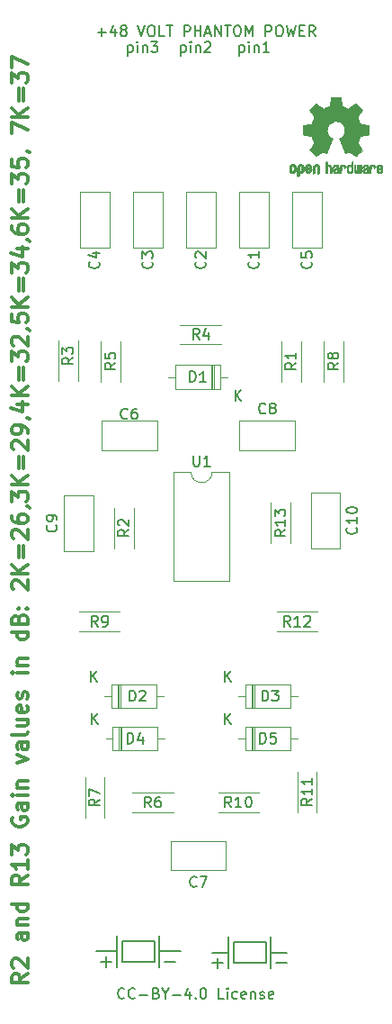
<source format=gbr>
%TF.GenerationSoftware,KiCad,Pcbnew,5.1.10*%
%TF.CreationDate,2021-07-17T19:54:36+02:00*%
%TF.ProjectId,double-gain,646f7562-6c65-42d6-9761-696e2e6b6963,rev?*%
%TF.SameCoordinates,Original*%
%TF.FileFunction,Legend,Top*%
%TF.FilePolarity,Positive*%
%FSLAX46Y46*%
G04 Gerber Fmt 4.6, Leading zero omitted, Abs format (unit mm)*
G04 Created by KiCad (PCBNEW 5.1.10) date 2021-07-17 19:54:36*
%MOMM*%
%LPD*%
G01*
G04 APERTURE LIST*
%ADD10C,0.150000*%
%ADD11C,0.300000*%
%ADD12C,0.010000*%
%ADD13C,0.120000*%
G04 APERTURE END LIST*
D10*
X63600000Y-123100000D02*
X64600000Y-123100000D01*
X53100000Y-123000000D02*
X54100000Y-123000000D01*
X60119047Y-36785714D02*
X60119047Y-37785714D01*
X60119047Y-36833333D02*
X60214285Y-36785714D01*
X60404761Y-36785714D01*
X60500000Y-36833333D01*
X60547619Y-36880952D01*
X60595238Y-36976190D01*
X60595238Y-37261904D01*
X60547619Y-37357142D01*
X60500000Y-37404761D01*
X60404761Y-37452380D01*
X60214285Y-37452380D01*
X60119047Y-37404761D01*
X61023809Y-37452380D02*
X61023809Y-36785714D01*
X61023809Y-36452380D02*
X60976190Y-36500000D01*
X61023809Y-36547619D01*
X61071428Y-36500000D01*
X61023809Y-36452380D01*
X61023809Y-36547619D01*
X61500000Y-36785714D02*
X61500000Y-37452380D01*
X61500000Y-36880952D02*
X61547619Y-36833333D01*
X61642857Y-36785714D01*
X61785714Y-36785714D01*
X61880952Y-36833333D01*
X61928571Y-36928571D01*
X61928571Y-37452380D01*
X62928571Y-37452380D02*
X62357142Y-37452380D01*
X62642857Y-37452380D02*
X62642857Y-36452380D01*
X62547619Y-36595238D01*
X62452380Y-36690476D01*
X62357142Y-36738095D01*
X54619047Y-36785714D02*
X54619047Y-37785714D01*
X54619047Y-36833333D02*
X54714285Y-36785714D01*
X54904761Y-36785714D01*
X55000000Y-36833333D01*
X55047619Y-36880952D01*
X55095238Y-36976190D01*
X55095238Y-37261904D01*
X55047619Y-37357142D01*
X55000000Y-37404761D01*
X54904761Y-37452380D01*
X54714285Y-37452380D01*
X54619047Y-37404761D01*
X55523809Y-37452380D02*
X55523809Y-36785714D01*
X55523809Y-36452380D02*
X55476190Y-36500000D01*
X55523809Y-36547619D01*
X55571428Y-36500000D01*
X55523809Y-36452380D01*
X55523809Y-36547619D01*
X56000000Y-36785714D02*
X56000000Y-37452380D01*
X56000000Y-36880952D02*
X56047619Y-36833333D01*
X56142857Y-36785714D01*
X56285714Y-36785714D01*
X56380952Y-36833333D01*
X56428571Y-36928571D01*
X56428571Y-37452380D01*
X56857142Y-36547619D02*
X56904761Y-36500000D01*
X57000000Y-36452380D01*
X57238095Y-36452380D01*
X57333333Y-36500000D01*
X57380952Y-36547619D01*
X57428571Y-36642857D01*
X57428571Y-36738095D01*
X57380952Y-36880952D01*
X56809523Y-37452380D01*
X57428571Y-37452380D01*
X49619047Y-36785714D02*
X49619047Y-37785714D01*
X49619047Y-36833333D02*
X49714285Y-36785714D01*
X49904761Y-36785714D01*
X50000000Y-36833333D01*
X50047619Y-36880952D01*
X50095238Y-36976190D01*
X50095238Y-37261904D01*
X50047619Y-37357142D01*
X50000000Y-37404761D01*
X49904761Y-37452380D01*
X49714285Y-37452380D01*
X49619047Y-37404761D01*
X50523809Y-37452380D02*
X50523809Y-36785714D01*
X50523809Y-36452380D02*
X50476190Y-36500000D01*
X50523809Y-36547619D01*
X50571428Y-36500000D01*
X50523809Y-36452380D01*
X50523809Y-36547619D01*
X51000000Y-36785714D02*
X51000000Y-37452380D01*
X51000000Y-36880952D02*
X51047619Y-36833333D01*
X51142857Y-36785714D01*
X51285714Y-36785714D01*
X51380952Y-36833333D01*
X51428571Y-36928571D01*
X51428571Y-37452380D01*
X51809523Y-36452380D02*
X52428571Y-36452380D01*
X52095238Y-36833333D01*
X52238095Y-36833333D01*
X52333333Y-36880952D01*
X52380952Y-36928571D01*
X52428571Y-37023809D01*
X52428571Y-37261904D01*
X52380952Y-37357142D01*
X52333333Y-37404761D01*
X52238095Y-37452380D01*
X51952380Y-37452380D01*
X51857142Y-37404761D01*
X51809523Y-37357142D01*
X63100000Y-122100000D02*
X64600000Y-122100000D01*
X59100000Y-122100000D02*
X57600000Y-122100000D01*
X52600000Y-122000000D02*
X54600000Y-122000000D01*
X48600000Y-122000000D02*
X46600000Y-122000000D01*
X57600000Y-123100000D02*
X58600000Y-123100000D01*
X63100000Y-120600000D02*
X63100000Y-123600000D01*
X59600000Y-123100000D02*
X59600000Y-121100000D01*
X62600000Y-121100000D02*
X62600000Y-123100000D01*
X59600000Y-121100000D02*
X62600000Y-121100000D01*
X58100000Y-122600000D02*
X58100000Y-123600000D01*
X59100000Y-120600000D02*
X59100000Y-123600000D01*
X59600000Y-123100000D02*
X62600000Y-123100000D01*
X47600000Y-122500000D02*
X47600000Y-123500000D01*
X47100000Y-123000000D02*
X48100000Y-123000000D01*
X52600000Y-120500000D02*
X52600000Y-123500000D01*
X49100000Y-123000000D02*
X52100000Y-123000000D01*
X52100000Y-121000000D02*
X52100000Y-123000000D01*
X49100000Y-121000000D02*
X52100000Y-121000000D01*
X49100000Y-123000000D02*
X49100000Y-121000000D01*
X48600000Y-120500000D02*
X48600000Y-123500000D01*
X49285714Y-126357142D02*
X49238095Y-126404761D01*
X49095238Y-126452380D01*
X49000000Y-126452380D01*
X48857142Y-126404761D01*
X48761904Y-126309523D01*
X48714285Y-126214285D01*
X48666666Y-126023809D01*
X48666666Y-125880952D01*
X48714285Y-125690476D01*
X48761904Y-125595238D01*
X48857142Y-125500000D01*
X49000000Y-125452380D01*
X49095238Y-125452380D01*
X49238095Y-125500000D01*
X49285714Y-125547619D01*
X50285714Y-126357142D02*
X50238095Y-126404761D01*
X50095238Y-126452380D01*
X50000000Y-126452380D01*
X49857142Y-126404761D01*
X49761904Y-126309523D01*
X49714285Y-126214285D01*
X49666666Y-126023809D01*
X49666666Y-125880952D01*
X49714285Y-125690476D01*
X49761904Y-125595238D01*
X49857142Y-125500000D01*
X50000000Y-125452380D01*
X50095238Y-125452380D01*
X50238095Y-125500000D01*
X50285714Y-125547619D01*
X50714285Y-126071428D02*
X51476190Y-126071428D01*
X52285714Y-125928571D02*
X52428571Y-125976190D01*
X52476190Y-126023809D01*
X52523809Y-126119047D01*
X52523809Y-126261904D01*
X52476190Y-126357142D01*
X52428571Y-126404761D01*
X52333333Y-126452380D01*
X51952380Y-126452380D01*
X51952380Y-125452380D01*
X52285714Y-125452380D01*
X52380952Y-125500000D01*
X52428571Y-125547619D01*
X52476190Y-125642857D01*
X52476190Y-125738095D01*
X52428571Y-125833333D01*
X52380952Y-125880952D01*
X52285714Y-125928571D01*
X51952380Y-125928571D01*
X53142857Y-125976190D02*
X53142857Y-126452380D01*
X52809523Y-125452380D02*
X53142857Y-125976190D01*
X53476190Y-125452380D01*
X53809523Y-126071428D02*
X54571428Y-126071428D01*
X55476190Y-125785714D02*
X55476190Y-126452380D01*
X55238095Y-125404761D02*
X55000000Y-126119047D01*
X55619047Y-126119047D01*
X56000000Y-126357142D02*
X56047619Y-126404761D01*
X56000000Y-126452380D01*
X55952380Y-126404761D01*
X56000000Y-126357142D01*
X56000000Y-126452380D01*
X56666666Y-125452380D02*
X56761904Y-125452380D01*
X56857142Y-125500000D01*
X56904761Y-125547619D01*
X56952380Y-125642857D01*
X57000000Y-125833333D01*
X57000000Y-126071428D01*
X56952380Y-126261904D01*
X56904761Y-126357142D01*
X56857142Y-126404761D01*
X56761904Y-126452380D01*
X56666666Y-126452380D01*
X56571428Y-126404761D01*
X56523809Y-126357142D01*
X56476190Y-126261904D01*
X56428571Y-126071428D01*
X56428571Y-125833333D01*
X56476190Y-125642857D01*
X56523809Y-125547619D01*
X56571428Y-125500000D01*
X56666666Y-125452380D01*
X58666666Y-126452380D02*
X58190476Y-126452380D01*
X58190476Y-125452380D01*
X59000000Y-126452380D02*
X59000000Y-125785714D01*
X59000000Y-125452380D02*
X58952380Y-125500000D01*
X59000000Y-125547619D01*
X59047619Y-125500000D01*
X59000000Y-125452380D01*
X59000000Y-125547619D01*
X59904761Y-126404761D02*
X59809523Y-126452380D01*
X59619047Y-126452380D01*
X59523809Y-126404761D01*
X59476190Y-126357142D01*
X59428571Y-126261904D01*
X59428571Y-125976190D01*
X59476190Y-125880952D01*
X59523809Y-125833333D01*
X59619047Y-125785714D01*
X59809523Y-125785714D01*
X59904761Y-125833333D01*
X60714285Y-126404761D02*
X60619047Y-126452380D01*
X60428571Y-126452380D01*
X60333333Y-126404761D01*
X60285714Y-126309523D01*
X60285714Y-125928571D01*
X60333333Y-125833333D01*
X60428571Y-125785714D01*
X60619047Y-125785714D01*
X60714285Y-125833333D01*
X60761904Y-125928571D01*
X60761904Y-126023809D01*
X60285714Y-126119047D01*
X61190476Y-125785714D02*
X61190476Y-126452380D01*
X61190476Y-125880952D02*
X61238095Y-125833333D01*
X61333333Y-125785714D01*
X61476190Y-125785714D01*
X61571428Y-125833333D01*
X61619047Y-125928571D01*
X61619047Y-126452380D01*
X62047619Y-126404761D02*
X62142857Y-126452380D01*
X62333333Y-126452380D01*
X62428571Y-126404761D01*
X62476190Y-126309523D01*
X62476190Y-126261904D01*
X62428571Y-126166666D01*
X62333333Y-126119047D01*
X62190476Y-126119047D01*
X62095238Y-126071428D01*
X62047619Y-125976190D01*
X62047619Y-125928571D01*
X62095238Y-125833333D01*
X62190476Y-125785714D01*
X62333333Y-125785714D01*
X62428571Y-125833333D01*
X63285714Y-126404761D02*
X63190476Y-126452380D01*
X63000000Y-126452380D01*
X62904761Y-126404761D01*
X62857142Y-126309523D01*
X62857142Y-125928571D01*
X62904761Y-125833333D01*
X63000000Y-125785714D01*
X63190476Y-125785714D01*
X63285714Y-125833333D01*
X63333333Y-125928571D01*
X63333333Y-126023809D01*
X62857142Y-126119047D01*
D11*
X40178571Y-124107142D02*
X39464285Y-124607142D01*
X40178571Y-124964285D02*
X38678571Y-124964285D01*
X38678571Y-124392857D01*
X38750000Y-124249999D01*
X38821428Y-124178571D01*
X38964285Y-124107142D01*
X39178571Y-124107142D01*
X39321428Y-124178571D01*
X39392857Y-124249999D01*
X39464285Y-124392857D01*
X39464285Y-124964285D01*
X38821428Y-123535714D02*
X38750000Y-123464285D01*
X38678571Y-123321428D01*
X38678571Y-122964285D01*
X38750000Y-122821428D01*
X38821428Y-122749999D01*
X38964285Y-122678571D01*
X39107142Y-122678571D01*
X39321428Y-122749999D01*
X40178571Y-123607142D01*
X40178571Y-122678571D01*
X40178571Y-120249999D02*
X39392857Y-120249999D01*
X39250000Y-120321428D01*
X39178571Y-120464285D01*
X39178571Y-120749999D01*
X39250000Y-120892857D01*
X40107142Y-120249999D02*
X40178571Y-120392857D01*
X40178571Y-120749999D01*
X40107142Y-120892857D01*
X39964285Y-120964285D01*
X39821428Y-120964285D01*
X39678571Y-120892857D01*
X39607142Y-120749999D01*
X39607142Y-120392857D01*
X39535714Y-120249999D01*
X39178571Y-119535714D02*
X40178571Y-119535714D01*
X39321428Y-119535714D02*
X39250000Y-119464285D01*
X39178571Y-119321428D01*
X39178571Y-119107142D01*
X39250000Y-118964285D01*
X39392857Y-118892857D01*
X40178571Y-118892857D01*
X40178571Y-117535714D02*
X38678571Y-117535714D01*
X40107142Y-117535714D02*
X40178571Y-117678571D01*
X40178571Y-117964285D01*
X40107142Y-118107142D01*
X40035714Y-118178571D01*
X39892857Y-118249999D01*
X39464285Y-118249999D01*
X39321428Y-118178571D01*
X39250000Y-118107142D01*
X39178571Y-117964285D01*
X39178571Y-117678571D01*
X39250000Y-117535714D01*
X40178571Y-114821428D02*
X39464285Y-115321428D01*
X40178571Y-115678571D02*
X38678571Y-115678571D01*
X38678571Y-115107142D01*
X38750000Y-114964285D01*
X38821428Y-114892857D01*
X38964285Y-114821428D01*
X39178571Y-114821428D01*
X39321428Y-114892857D01*
X39392857Y-114964285D01*
X39464285Y-115107142D01*
X39464285Y-115678571D01*
X40178571Y-113392857D02*
X40178571Y-114249999D01*
X40178571Y-113821428D02*
X38678571Y-113821428D01*
X38892857Y-113964285D01*
X39035714Y-114107142D01*
X39107142Y-114249999D01*
X38678571Y-112892857D02*
X38678571Y-111964285D01*
X39250000Y-112464285D01*
X39250000Y-112249999D01*
X39321428Y-112107142D01*
X39392857Y-112035714D01*
X39535714Y-111964285D01*
X39892857Y-111964285D01*
X40035714Y-112035714D01*
X40107142Y-112107142D01*
X40178571Y-112249999D01*
X40178571Y-112678571D01*
X40107142Y-112821428D01*
X40035714Y-112892857D01*
X38750000Y-109392857D02*
X38678571Y-109535714D01*
X38678571Y-109749999D01*
X38750000Y-109964285D01*
X38892857Y-110107142D01*
X39035714Y-110178571D01*
X39321428Y-110249999D01*
X39535714Y-110249999D01*
X39821428Y-110178571D01*
X39964285Y-110107142D01*
X40107142Y-109964285D01*
X40178571Y-109749999D01*
X40178571Y-109607142D01*
X40107142Y-109392857D01*
X40035714Y-109321428D01*
X39535714Y-109321428D01*
X39535714Y-109607142D01*
X40178571Y-108035714D02*
X39392857Y-108035714D01*
X39250000Y-108107142D01*
X39178571Y-108249999D01*
X39178571Y-108535714D01*
X39250000Y-108678571D01*
X40107142Y-108035714D02*
X40178571Y-108178571D01*
X40178571Y-108535714D01*
X40107142Y-108678571D01*
X39964285Y-108749999D01*
X39821428Y-108749999D01*
X39678571Y-108678571D01*
X39607142Y-108535714D01*
X39607142Y-108178571D01*
X39535714Y-108035714D01*
X40178571Y-107321428D02*
X39178571Y-107321428D01*
X38678571Y-107321428D02*
X38750000Y-107392857D01*
X38821428Y-107321428D01*
X38750000Y-107249999D01*
X38678571Y-107321428D01*
X38821428Y-107321428D01*
X39178571Y-106607142D02*
X40178571Y-106607142D01*
X39321428Y-106607142D02*
X39250000Y-106535714D01*
X39178571Y-106392857D01*
X39178571Y-106178571D01*
X39250000Y-106035714D01*
X39392857Y-105964285D01*
X40178571Y-105964285D01*
X39178571Y-104249999D02*
X40178571Y-103892857D01*
X39178571Y-103535714D01*
X40178571Y-102321428D02*
X39392857Y-102321428D01*
X39250000Y-102392857D01*
X39178571Y-102535714D01*
X39178571Y-102821428D01*
X39250000Y-102964285D01*
X40107142Y-102321428D02*
X40178571Y-102464285D01*
X40178571Y-102821428D01*
X40107142Y-102964285D01*
X39964285Y-103035714D01*
X39821428Y-103035714D01*
X39678571Y-102964285D01*
X39607142Y-102821428D01*
X39607142Y-102464285D01*
X39535714Y-102321428D01*
X40178571Y-101392857D02*
X40107142Y-101535714D01*
X39964285Y-101607142D01*
X38678571Y-101607142D01*
X39178571Y-100178571D02*
X40178571Y-100178571D01*
X39178571Y-100821428D02*
X39964285Y-100821428D01*
X40107142Y-100749999D01*
X40178571Y-100607142D01*
X40178571Y-100392857D01*
X40107142Y-100249999D01*
X40035714Y-100178571D01*
X40107142Y-98892857D02*
X40178571Y-99035714D01*
X40178571Y-99321428D01*
X40107142Y-99464285D01*
X39964285Y-99535714D01*
X39392857Y-99535714D01*
X39250000Y-99464285D01*
X39178571Y-99321428D01*
X39178571Y-99035714D01*
X39250000Y-98892857D01*
X39392857Y-98821428D01*
X39535714Y-98821428D01*
X39678571Y-99535714D01*
X40107142Y-98249999D02*
X40178571Y-98107142D01*
X40178571Y-97821428D01*
X40107142Y-97678571D01*
X39964285Y-97607142D01*
X39892857Y-97607142D01*
X39750000Y-97678571D01*
X39678571Y-97821428D01*
X39678571Y-98035714D01*
X39607142Y-98178571D01*
X39464285Y-98249999D01*
X39392857Y-98249999D01*
X39250000Y-98178571D01*
X39178571Y-98035714D01*
X39178571Y-97821428D01*
X39250000Y-97678571D01*
X40178571Y-95821428D02*
X39178571Y-95821428D01*
X38678571Y-95821428D02*
X38750000Y-95892857D01*
X38821428Y-95821428D01*
X38750000Y-95749999D01*
X38678571Y-95821428D01*
X38821428Y-95821428D01*
X39178571Y-95107142D02*
X40178571Y-95107142D01*
X39321428Y-95107142D02*
X39250000Y-95035714D01*
X39178571Y-94892857D01*
X39178571Y-94678571D01*
X39250000Y-94535714D01*
X39392857Y-94464285D01*
X40178571Y-94464285D01*
X40178571Y-91964285D02*
X38678571Y-91964285D01*
X40107142Y-91964285D02*
X40178571Y-92107142D01*
X40178571Y-92392857D01*
X40107142Y-92535714D01*
X40035714Y-92607142D01*
X39892857Y-92678571D01*
X39464285Y-92678571D01*
X39321428Y-92607142D01*
X39250000Y-92535714D01*
X39178571Y-92392857D01*
X39178571Y-92107142D01*
X39250000Y-91964285D01*
X39392857Y-90749999D02*
X39464285Y-90535714D01*
X39535714Y-90464285D01*
X39678571Y-90392857D01*
X39892857Y-90392857D01*
X40035714Y-90464285D01*
X40107142Y-90535714D01*
X40178571Y-90678571D01*
X40178571Y-91249999D01*
X38678571Y-91249999D01*
X38678571Y-90749999D01*
X38750000Y-90607142D01*
X38821428Y-90535714D01*
X38964285Y-90464285D01*
X39107142Y-90464285D01*
X39250000Y-90535714D01*
X39321428Y-90607142D01*
X39392857Y-90749999D01*
X39392857Y-91249999D01*
X40035714Y-89749999D02*
X40107142Y-89678571D01*
X40178571Y-89749999D01*
X40107142Y-89821428D01*
X40035714Y-89749999D01*
X40178571Y-89749999D01*
X39250000Y-89749999D02*
X39321428Y-89678571D01*
X39392857Y-89749999D01*
X39321428Y-89821428D01*
X39250000Y-89749999D01*
X39392857Y-89749999D01*
X38821428Y-87964285D02*
X38750000Y-87892857D01*
X38678571Y-87749999D01*
X38678571Y-87392857D01*
X38750000Y-87249999D01*
X38821428Y-87178571D01*
X38964285Y-87107142D01*
X39107142Y-87107142D01*
X39321428Y-87178571D01*
X40178571Y-88035714D01*
X40178571Y-87107142D01*
X40178571Y-86464285D02*
X38678571Y-86464285D01*
X40178571Y-85607142D02*
X39321428Y-86249999D01*
X38678571Y-85607142D02*
X39535714Y-86464285D01*
X39392857Y-84964285D02*
X39392857Y-83821428D01*
X39821428Y-83821428D02*
X39821428Y-84964285D01*
X38821428Y-83178571D02*
X38750000Y-83107142D01*
X38678571Y-82964285D01*
X38678571Y-82607142D01*
X38750000Y-82464285D01*
X38821428Y-82392857D01*
X38964285Y-82321428D01*
X39107142Y-82321428D01*
X39321428Y-82392857D01*
X40178571Y-83249999D01*
X40178571Y-82321428D01*
X38678571Y-81035714D02*
X38678571Y-81321428D01*
X38750000Y-81464285D01*
X38821428Y-81535714D01*
X39035714Y-81678571D01*
X39321428Y-81749999D01*
X39892857Y-81749999D01*
X40035714Y-81678571D01*
X40107142Y-81607142D01*
X40178571Y-81464285D01*
X40178571Y-81178571D01*
X40107142Y-81035714D01*
X40035714Y-80964285D01*
X39892857Y-80892857D01*
X39535714Y-80892857D01*
X39392857Y-80964285D01*
X39321428Y-81035714D01*
X39250000Y-81178571D01*
X39250000Y-81464285D01*
X39321428Y-81607142D01*
X39392857Y-81678571D01*
X39535714Y-81749999D01*
X40107142Y-80178571D02*
X40178571Y-80178571D01*
X40321428Y-80249999D01*
X40392857Y-80321428D01*
X38678571Y-79678571D02*
X38678571Y-78749999D01*
X39250000Y-79249999D01*
X39250000Y-79035714D01*
X39321428Y-78892857D01*
X39392857Y-78821428D01*
X39535714Y-78749999D01*
X39892857Y-78749999D01*
X40035714Y-78821428D01*
X40107142Y-78892857D01*
X40178571Y-79035714D01*
X40178571Y-79464285D01*
X40107142Y-79607142D01*
X40035714Y-79678571D01*
X40178571Y-78107142D02*
X38678571Y-78107142D01*
X40178571Y-77249999D02*
X39321428Y-77892857D01*
X38678571Y-77249999D02*
X39535714Y-78107142D01*
X39392857Y-76607142D02*
X39392857Y-75464285D01*
X39821428Y-75464285D02*
X39821428Y-76607142D01*
X38821428Y-74821428D02*
X38750000Y-74749999D01*
X38678571Y-74607142D01*
X38678571Y-74249999D01*
X38750000Y-74107142D01*
X38821428Y-74035714D01*
X38964285Y-73964285D01*
X39107142Y-73964285D01*
X39321428Y-74035714D01*
X40178571Y-74892857D01*
X40178571Y-73964285D01*
X40178571Y-73249999D02*
X40178571Y-72964285D01*
X40107142Y-72821428D01*
X40035714Y-72749999D01*
X39821428Y-72607142D01*
X39535714Y-72535714D01*
X38964285Y-72535714D01*
X38821428Y-72607142D01*
X38750000Y-72678571D01*
X38678571Y-72821428D01*
X38678571Y-73107142D01*
X38750000Y-73249999D01*
X38821428Y-73321428D01*
X38964285Y-73392857D01*
X39321428Y-73392857D01*
X39464285Y-73321428D01*
X39535714Y-73249999D01*
X39607142Y-73107142D01*
X39607142Y-72821428D01*
X39535714Y-72678571D01*
X39464285Y-72607142D01*
X39321428Y-72535714D01*
X40107142Y-71821428D02*
X40178571Y-71821428D01*
X40321428Y-71892857D01*
X40392857Y-71964285D01*
X39178571Y-70535714D02*
X40178571Y-70535714D01*
X38607142Y-70892857D02*
X39678571Y-71249999D01*
X39678571Y-70321428D01*
X40178571Y-69749999D02*
X38678571Y-69749999D01*
X40178571Y-68892857D02*
X39321428Y-69535714D01*
X38678571Y-68892857D02*
X39535714Y-69749999D01*
X39392857Y-68249999D02*
X39392857Y-67107142D01*
X39821428Y-67107142D02*
X39821428Y-68249999D01*
X38678571Y-66535714D02*
X38678571Y-65607142D01*
X39250000Y-66107142D01*
X39250000Y-65892857D01*
X39321428Y-65749999D01*
X39392857Y-65678571D01*
X39535714Y-65607142D01*
X39892857Y-65607142D01*
X40035714Y-65678571D01*
X40107142Y-65749999D01*
X40178571Y-65892857D01*
X40178571Y-66321428D01*
X40107142Y-66464285D01*
X40035714Y-66535714D01*
X38821428Y-65035714D02*
X38750000Y-64964285D01*
X38678571Y-64821428D01*
X38678571Y-64464285D01*
X38750000Y-64321428D01*
X38821428Y-64249999D01*
X38964285Y-64178571D01*
X39107142Y-64178571D01*
X39321428Y-64249999D01*
X40178571Y-65107142D01*
X40178571Y-64178571D01*
X40107142Y-63464285D02*
X40178571Y-63464285D01*
X40321428Y-63535714D01*
X40392857Y-63607142D01*
X38678571Y-62107142D02*
X38678571Y-62821428D01*
X39392857Y-62892857D01*
X39321428Y-62821428D01*
X39250000Y-62678571D01*
X39250000Y-62321428D01*
X39321428Y-62178571D01*
X39392857Y-62107142D01*
X39535714Y-62035714D01*
X39892857Y-62035714D01*
X40035714Y-62107142D01*
X40107142Y-62178571D01*
X40178571Y-62321428D01*
X40178571Y-62678571D01*
X40107142Y-62821428D01*
X40035714Y-62892857D01*
X40178571Y-61392857D02*
X38678571Y-61392857D01*
X40178571Y-60535714D02*
X39321428Y-61178571D01*
X38678571Y-60535714D02*
X39535714Y-61392857D01*
X39392857Y-59892857D02*
X39392857Y-58749999D01*
X39821428Y-58749999D02*
X39821428Y-59892857D01*
X38678571Y-58178571D02*
X38678571Y-57249999D01*
X39250000Y-57749999D01*
X39250000Y-57535714D01*
X39321428Y-57392857D01*
X39392857Y-57321428D01*
X39535714Y-57249999D01*
X39892857Y-57249999D01*
X40035714Y-57321428D01*
X40107142Y-57392857D01*
X40178571Y-57535714D01*
X40178571Y-57964285D01*
X40107142Y-58107142D01*
X40035714Y-58178571D01*
X39178571Y-55964285D02*
X40178571Y-55964285D01*
X38607142Y-56321428D02*
X39678571Y-56678571D01*
X39678571Y-55749999D01*
X40107142Y-55107142D02*
X40178571Y-55107142D01*
X40321428Y-55178571D01*
X40392857Y-55249999D01*
X38678571Y-53821428D02*
X38678571Y-54107142D01*
X38750000Y-54249999D01*
X38821428Y-54321428D01*
X39035714Y-54464285D01*
X39321428Y-54535714D01*
X39892857Y-54535714D01*
X40035714Y-54464285D01*
X40107142Y-54392857D01*
X40178571Y-54249999D01*
X40178571Y-53964285D01*
X40107142Y-53821428D01*
X40035714Y-53749999D01*
X39892857Y-53678571D01*
X39535714Y-53678571D01*
X39392857Y-53749999D01*
X39321428Y-53821428D01*
X39250000Y-53964285D01*
X39250000Y-54249999D01*
X39321428Y-54392857D01*
X39392857Y-54464285D01*
X39535714Y-54535714D01*
X40178571Y-53035714D02*
X38678571Y-53035714D01*
X40178571Y-52178571D02*
X39321428Y-52821428D01*
X38678571Y-52178571D02*
X39535714Y-53035714D01*
X39392857Y-51535714D02*
X39392857Y-50392857D01*
X39821428Y-50392857D02*
X39821428Y-51535714D01*
X38678571Y-49821428D02*
X38678571Y-48892857D01*
X39250000Y-49392857D01*
X39250000Y-49178571D01*
X39321428Y-49035714D01*
X39392857Y-48964285D01*
X39535714Y-48892857D01*
X39892857Y-48892857D01*
X40035714Y-48964285D01*
X40107142Y-49035714D01*
X40178571Y-49178571D01*
X40178571Y-49607142D01*
X40107142Y-49749999D01*
X40035714Y-49821428D01*
X38678571Y-47535714D02*
X38678571Y-48249999D01*
X39392857Y-48321428D01*
X39321428Y-48249999D01*
X39250000Y-48107142D01*
X39250000Y-47749999D01*
X39321428Y-47607142D01*
X39392857Y-47535714D01*
X39535714Y-47464285D01*
X39892857Y-47464285D01*
X40035714Y-47535714D01*
X40107142Y-47607142D01*
X40178571Y-47749999D01*
X40178571Y-48107142D01*
X40107142Y-48249999D01*
X40035714Y-48321428D01*
X40107142Y-46749999D02*
X40178571Y-46749999D01*
X40321428Y-46821428D01*
X40392857Y-46892857D01*
X38678571Y-45107142D02*
X38678571Y-44107142D01*
X40178571Y-44749999D01*
X40178571Y-43535714D02*
X38678571Y-43535714D01*
X40178571Y-42678571D02*
X39321428Y-43321428D01*
X38678571Y-42678571D02*
X39535714Y-43535714D01*
X39392857Y-42035714D02*
X39392857Y-40892857D01*
X39821428Y-40892857D02*
X39821428Y-42035714D01*
X38678571Y-40321428D02*
X38678571Y-39392857D01*
X39250000Y-39892857D01*
X39250000Y-39678571D01*
X39321428Y-39535714D01*
X39392857Y-39464285D01*
X39535714Y-39392857D01*
X39892857Y-39392857D01*
X40035714Y-39464285D01*
X40107142Y-39535714D01*
X40178571Y-39678571D01*
X40178571Y-40107142D01*
X40107142Y-40249999D01*
X40035714Y-40321428D01*
X38678571Y-38892857D02*
X38678571Y-37892857D01*
X40178571Y-38535714D01*
D10*
X46785714Y-35571428D02*
X47547619Y-35571428D01*
X47166666Y-35952380D02*
X47166666Y-35190476D01*
X48452380Y-35285714D02*
X48452380Y-35952380D01*
X48214285Y-34904761D02*
X47976190Y-35619047D01*
X48595238Y-35619047D01*
X49119047Y-35380952D02*
X49023809Y-35333333D01*
X48976190Y-35285714D01*
X48928571Y-35190476D01*
X48928571Y-35142857D01*
X48976190Y-35047619D01*
X49023809Y-35000000D01*
X49119047Y-34952380D01*
X49309523Y-34952380D01*
X49404761Y-35000000D01*
X49452380Y-35047619D01*
X49500000Y-35142857D01*
X49500000Y-35190476D01*
X49452380Y-35285714D01*
X49404761Y-35333333D01*
X49309523Y-35380952D01*
X49119047Y-35380952D01*
X49023809Y-35428571D01*
X48976190Y-35476190D01*
X48928571Y-35571428D01*
X48928571Y-35761904D01*
X48976190Y-35857142D01*
X49023809Y-35904761D01*
X49119047Y-35952380D01*
X49309523Y-35952380D01*
X49404761Y-35904761D01*
X49452380Y-35857142D01*
X49500000Y-35761904D01*
X49500000Y-35571428D01*
X49452380Y-35476190D01*
X49404761Y-35428571D01*
X49309523Y-35380952D01*
X50547619Y-34952380D02*
X50880952Y-35952380D01*
X51214285Y-34952380D01*
X51738095Y-34952380D02*
X51928571Y-34952380D01*
X52023809Y-35000000D01*
X52119047Y-35095238D01*
X52166666Y-35285714D01*
X52166666Y-35619047D01*
X52119047Y-35809523D01*
X52023809Y-35904761D01*
X51928571Y-35952380D01*
X51738095Y-35952380D01*
X51642857Y-35904761D01*
X51547619Y-35809523D01*
X51500000Y-35619047D01*
X51500000Y-35285714D01*
X51547619Y-35095238D01*
X51642857Y-35000000D01*
X51738095Y-34952380D01*
X53071428Y-35952380D02*
X52595238Y-35952380D01*
X52595238Y-34952380D01*
X53261904Y-34952380D02*
X53833333Y-34952380D01*
X53547619Y-35952380D02*
X53547619Y-34952380D01*
X54928571Y-35952380D02*
X54928571Y-34952380D01*
X55309523Y-34952380D01*
X55404761Y-35000000D01*
X55452380Y-35047619D01*
X55500000Y-35142857D01*
X55500000Y-35285714D01*
X55452380Y-35380952D01*
X55404761Y-35428571D01*
X55309523Y-35476190D01*
X54928571Y-35476190D01*
X55928571Y-35952380D02*
X55928571Y-34952380D01*
X55928571Y-35428571D02*
X56500000Y-35428571D01*
X56500000Y-35952380D02*
X56500000Y-34952380D01*
X56928571Y-35666666D02*
X57404761Y-35666666D01*
X56833333Y-35952380D02*
X57166666Y-34952380D01*
X57500000Y-35952380D01*
X57833333Y-35952380D02*
X57833333Y-34952380D01*
X58404761Y-35952380D01*
X58404761Y-34952380D01*
X58738095Y-34952380D02*
X59309523Y-34952380D01*
X59023809Y-35952380D02*
X59023809Y-34952380D01*
X59833333Y-34952380D02*
X60023809Y-34952380D01*
X60119047Y-35000000D01*
X60214285Y-35095238D01*
X60261904Y-35285714D01*
X60261904Y-35619047D01*
X60214285Y-35809523D01*
X60119047Y-35904761D01*
X60023809Y-35952380D01*
X59833333Y-35952380D01*
X59738095Y-35904761D01*
X59642857Y-35809523D01*
X59595238Y-35619047D01*
X59595238Y-35285714D01*
X59642857Y-35095238D01*
X59738095Y-35000000D01*
X59833333Y-34952380D01*
X60690476Y-35952380D02*
X60690476Y-34952380D01*
X61023809Y-35666666D01*
X61357142Y-34952380D01*
X61357142Y-35952380D01*
X62595238Y-35952380D02*
X62595238Y-34952380D01*
X62976190Y-34952380D01*
X63071428Y-35000000D01*
X63119047Y-35047619D01*
X63166666Y-35142857D01*
X63166666Y-35285714D01*
X63119047Y-35380952D01*
X63071428Y-35428571D01*
X62976190Y-35476190D01*
X62595238Y-35476190D01*
X63785714Y-34952380D02*
X63976190Y-34952380D01*
X64071428Y-35000000D01*
X64166666Y-35095238D01*
X64214285Y-35285714D01*
X64214285Y-35619047D01*
X64166666Y-35809523D01*
X64071428Y-35904761D01*
X63976190Y-35952380D01*
X63785714Y-35952380D01*
X63690476Y-35904761D01*
X63595238Y-35809523D01*
X63547619Y-35619047D01*
X63547619Y-35285714D01*
X63595238Y-35095238D01*
X63690476Y-35000000D01*
X63785714Y-34952380D01*
X64547619Y-34952380D02*
X64785714Y-35952380D01*
X64976190Y-35238095D01*
X65166666Y-35952380D01*
X65404761Y-34952380D01*
X65785714Y-35428571D02*
X66119047Y-35428571D01*
X66261904Y-35952380D02*
X65785714Y-35952380D01*
X65785714Y-34952380D01*
X66261904Y-34952380D01*
X67261904Y-35952380D02*
X66928571Y-35476190D01*
X66690476Y-35952380D02*
X66690476Y-34952380D01*
X67071428Y-34952380D01*
X67166666Y-35000000D01*
X67214285Y-35047619D01*
X67261904Y-35142857D01*
X67261904Y-35285714D01*
X67214285Y-35380952D01*
X67166666Y-35428571D01*
X67071428Y-35476190D01*
X66690476Y-35476190D01*
D12*
%TO.C,REF\u002A\u002A*%
G36*
X65968886Y-47984505D02*
G01*
X66043539Y-48021727D01*
X66109431Y-48090261D01*
X66127577Y-48115648D01*
X66147345Y-48148866D01*
X66160172Y-48184945D01*
X66167510Y-48233098D01*
X66170813Y-48302536D01*
X66171538Y-48394206D01*
X66168263Y-48519830D01*
X66156877Y-48614154D01*
X66135041Y-48684523D01*
X66100419Y-48738286D01*
X66050670Y-48782788D01*
X66047014Y-48785423D01*
X65997985Y-48812377D01*
X65938945Y-48825712D01*
X65863859Y-48829000D01*
X65741795Y-48829000D01*
X65741744Y-48947497D01*
X65740608Y-49013492D01*
X65733686Y-49052202D01*
X65715598Y-49075419D01*
X65680962Y-49094933D01*
X65672645Y-49098920D01*
X65633720Y-49117603D01*
X65603583Y-49129403D01*
X65581174Y-49130422D01*
X65565433Y-49116761D01*
X65555302Y-49084522D01*
X65549723Y-49029804D01*
X65547635Y-48948711D01*
X65547981Y-48837344D01*
X65549700Y-48691802D01*
X65550237Y-48648269D01*
X65552172Y-48498205D01*
X65553904Y-48400042D01*
X65741692Y-48400042D01*
X65742748Y-48483364D01*
X65747438Y-48537880D01*
X65758051Y-48573837D01*
X65776872Y-48601482D01*
X65789650Y-48614965D01*
X65841890Y-48654417D01*
X65888142Y-48657628D01*
X65935867Y-48625049D01*
X65937077Y-48623846D01*
X65956494Y-48598668D01*
X65968307Y-48564447D01*
X65974265Y-48511748D01*
X65976120Y-48431131D01*
X65976154Y-48413271D01*
X65971670Y-48302175D01*
X65957074Y-48225161D01*
X65930650Y-48178147D01*
X65890683Y-48157050D01*
X65867584Y-48154923D01*
X65812762Y-48164900D01*
X65775158Y-48197752D01*
X65752523Y-48257857D01*
X65742606Y-48349598D01*
X65741692Y-48400042D01*
X65553904Y-48400042D01*
X65554222Y-48382060D01*
X65556873Y-48294679D01*
X65560606Y-48230905D01*
X65565907Y-48185582D01*
X65573258Y-48153555D01*
X65583143Y-48129668D01*
X65596046Y-48108764D01*
X65601579Y-48100898D01*
X65674969Y-48026595D01*
X65767760Y-47984467D01*
X65875096Y-47972722D01*
X65968886Y-47984505D01*
G37*
X65968886Y-47984505D02*
X66043539Y-48021727D01*
X66109431Y-48090261D01*
X66127577Y-48115648D01*
X66147345Y-48148866D01*
X66160172Y-48184945D01*
X66167510Y-48233098D01*
X66170813Y-48302536D01*
X66171538Y-48394206D01*
X66168263Y-48519830D01*
X66156877Y-48614154D01*
X66135041Y-48684523D01*
X66100419Y-48738286D01*
X66050670Y-48782788D01*
X66047014Y-48785423D01*
X65997985Y-48812377D01*
X65938945Y-48825712D01*
X65863859Y-48829000D01*
X65741795Y-48829000D01*
X65741744Y-48947497D01*
X65740608Y-49013492D01*
X65733686Y-49052202D01*
X65715598Y-49075419D01*
X65680962Y-49094933D01*
X65672645Y-49098920D01*
X65633720Y-49117603D01*
X65603583Y-49129403D01*
X65581174Y-49130422D01*
X65565433Y-49116761D01*
X65555302Y-49084522D01*
X65549723Y-49029804D01*
X65547635Y-48948711D01*
X65547981Y-48837344D01*
X65549700Y-48691802D01*
X65550237Y-48648269D01*
X65552172Y-48498205D01*
X65553904Y-48400042D01*
X65741692Y-48400042D01*
X65742748Y-48483364D01*
X65747438Y-48537880D01*
X65758051Y-48573837D01*
X65776872Y-48601482D01*
X65789650Y-48614965D01*
X65841890Y-48654417D01*
X65888142Y-48657628D01*
X65935867Y-48625049D01*
X65937077Y-48623846D01*
X65956494Y-48598668D01*
X65968307Y-48564447D01*
X65974265Y-48511748D01*
X65976120Y-48431131D01*
X65976154Y-48413271D01*
X65971670Y-48302175D01*
X65957074Y-48225161D01*
X65930650Y-48178147D01*
X65890683Y-48157050D01*
X65867584Y-48154923D01*
X65812762Y-48164900D01*
X65775158Y-48197752D01*
X65752523Y-48257857D01*
X65742606Y-48349598D01*
X65741692Y-48400042D01*
X65553904Y-48400042D01*
X65554222Y-48382060D01*
X65556873Y-48294679D01*
X65560606Y-48230905D01*
X65565907Y-48185582D01*
X65573258Y-48153555D01*
X65583143Y-48129668D01*
X65596046Y-48108764D01*
X65601579Y-48100898D01*
X65674969Y-48026595D01*
X65767760Y-47984467D01*
X65875096Y-47972722D01*
X65968886Y-47984505D01*
G36*
X67471664Y-47995089D02*
G01*
X67534367Y-48031358D01*
X67577961Y-48067358D01*
X67609845Y-48105075D01*
X67631810Y-48151199D01*
X67645649Y-48212421D01*
X67653153Y-48295431D01*
X67656117Y-48406919D01*
X67656461Y-48487062D01*
X67656461Y-48782065D01*
X67490385Y-48856515D01*
X67480615Y-48533402D01*
X67476579Y-48412729D01*
X67472344Y-48325141D01*
X67467097Y-48264650D01*
X67460025Y-48225268D01*
X67450311Y-48201007D01*
X67437144Y-48185880D01*
X67432919Y-48182606D01*
X67368909Y-48157034D01*
X67304208Y-48167153D01*
X67265692Y-48194000D01*
X67250025Y-48213024D01*
X67239180Y-48237988D01*
X67232288Y-48275834D01*
X67228479Y-48333502D01*
X67226883Y-48417935D01*
X67226615Y-48505928D01*
X67226563Y-48616323D01*
X67224672Y-48694463D01*
X67218345Y-48747165D01*
X67204983Y-48781242D01*
X67181985Y-48803511D01*
X67146754Y-48820787D01*
X67099697Y-48838738D01*
X67048303Y-48858278D01*
X67054421Y-48511485D01*
X67056884Y-48386468D01*
X67059767Y-48294082D01*
X67063898Y-48227881D01*
X67070107Y-48181420D01*
X67079226Y-48148256D01*
X67092083Y-48121944D01*
X67107584Y-48098729D01*
X67182371Y-48024569D01*
X67273628Y-47981684D01*
X67372883Y-47971412D01*
X67471664Y-47995089D01*
G37*
X67471664Y-47995089D02*
X67534367Y-48031358D01*
X67577961Y-48067358D01*
X67609845Y-48105075D01*
X67631810Y-48151199D01*
X67645649Y-48212421D01*
X67653153Y-48295431D01*
X67656117Y-48406919D01*
X67656461Y-48487062D01*
X67656461Y-48782065D01*
X67490385Y-48856515D01*
X67480615Y-48533402D01*
X67476579Y-48412729D01*
X67472344Y-48325141D01*
X67467097Y-48264650D01*
X67460025Y-48225268D01*
X67450311Y-48201007D01*
X67437144Y-48185880D01*
X67432919Y-48182606D01*
X67368909Y-48157034D01*
X67304208Y-48167153D01*
X67265692Y-48194000D01*
X67250025Y-48213024D01*
X67239180Y-48237988D01*
X67232288Y-48275834D01*
X67228479Y-48333502D01*
X67226883Y-48417935D01*
X67226615Y-48505928D01*
X67226563Y-48616323D01*
X67224672Y-48694463D01*
X67218345Y-48747165D01*
X67204983Y-48781242D01*
X67181985Y-48803511D01*
X67146754Y-48820787D01*
X67099697Y-48838738D01*
X67048303Y-48858278D01*
X67054421Y-48511485D01*
X67056884Y-48386468D01*
X67059767Y-48294082D01*
X67063898Y-48227881D01*
X67070107Y-48181420D01*
X67079226Y-48148256D01*
X67092083Y-48121944D01*
X67107584Y-48098729D01*
X67182371Y-48024569D01*
X67273628Y-47981684D01*
X67372883Y-47971412D01*
X67471664Y-47995089D01*
G36*
X65216886Y-47987256D02*
G01*
X65308464Y-48035409D01*
X65376049Y-48112905D01*
X65400057Y-48162727D01*
X65418738Y-48237533D01*
X65428301Y-48332052D01*
X65429208Y-48435210D01*
X65421921Y-48535935D01*
X65406903Y-48623153D01*
X65384615Y-48685791D01*
X65377765Y-48696579D01*
X65296632Y-48777105D01*
X65200266Y-48825336D01*
X65095701Y-48839450D01*
X64989968Y-48817629D01*
X64960543Y-48804547D01*
X64903241Y-48764231D01*
X64852950Y-48710775D01*
X64848197Y-48703995D01*
X64828878Y-48671321D01*
X64816108Y-48636394D01*
X64808564Y-48590414D01*
X64804924Y-48524584D01*
X64803865Y-48430105D01*
X64803846Y-48408923D01*
X64803894Y-48402182D01*
X64999231Y-48402182D01*
X65000368Y-48491349D01*
X65004841Y-48550520D01*
X65014246Y-48588741D01*
X65030176Y-48615053D01*
X65038308Y-48623846D01*
X65085058Y-48657261D01*
X65130447Y-48655737D01*
X65176340Y-48626752D01*
X65203712Y-48595809D01*
X65219923Y-48550643D01*
X65229026Y-48479420D01*
X65229651Y-48471114D01*
X65231204Y-48342037D01*
X65214965Y-48246172D01*
X65181152Y-48184107D01*
X65129984Y-48156432D01*
X65111720Y-48154923D01*
X65063760Y-48162513D01*
X65030953Y-48188808D01*
X65010895Y-48239095D01*
X65001178Y-48318664D01*
X64999231Y-48402182D01*
X64803894Y-48402182D01*
X64804574Y-48308249D01*
X64807629Y-48237906D01*
X64814322Y-48189163D01*
X64825960Y-48153288D01*
X64843853Y-48121548D01*
X64847808Y-48115648D01*
X64914267Y-48036104D01*
X64986685Y-47989929D01*
X65074849Y-47971599D01*
X65104787Y-47970703D01*
X65216886Y-47987256D01*
G37*
X65216886Y-47987256D02*
X65308464Y-48035409D01*
X65376049Y-48112905D01*
X65400057Y-48162727D01*
X65418738Y-48237533D01*
X65428301Y-48332052D01*
X65429208Y-48435210D01*
X65421921Y-48535935D01*
X65406903Y-48623153D01*
X65384615Y-48685791D01*
X65377765Y-48696579D01*
X65296632Y-48777105D01*
X65200266Y-48825336D01*
X65095701Y-48839450D01*
X64989968Y-48817629D01*
X64960543Y-48804547D01*
X64903241Y-48764231D01*
X64852950Y-48710775D01*
X64848197Y-48703995D01*
X64828878Y-48671321D01*
X64816108Y-48636394D01*
X64808564Y-48590414D01*
X64804924Y-48524584D01*
X64803865Y-48430105D01*
X64803846Y-48408923D01*
X64803894Y-48402182D01*
X64999231Y-48402182D01*
X65000368Y-48491349D01*
X65004841Y-48550520D01*
X65014246Y-48588741D01*
X65030176Y-48615053D01*
X65038308Y-48623846D01*
X65085058Y-48657261D01*
X65130447Y-48655737D01*
X65176340Y-48626752D01*
X65203712Y-48595809D01*
X65219923Y-48550643D01*
X65229026Y-48479420D01*
X65229651Y-48471114D01*
X65231204Y-48342037D01*
X65214965Y-48246172D01*
X65181152Y-48184107D01*
X65129984Y-48156432D01*
X65111720Y-48154923D01*
X65063760Y-48162513D01*
X65030953Y-48188808D01*
X65010895Y-48239095D01*
X65001178Y-48318664D01*
X64999231Y-48402182D01*
X64803894Y-48402182D01*
X64804574Y-48308249D01*
X64807629Y-48237906D01*
X64814322Y-48189163D01*
X64825960Y-48153288D01*
X64843853Y-48121548D01*
X64847808Y-48115648D01*
X64914267Y-48036104D01*
X64986685Y-47989929D01*
X65074849Y-47971599D01*
X65104787Y-47970703D01*
X65216886Y-47987256D01*
G36*
X66734254Y-47999745D02*
G01*
X66811286Y-48051567D01*
X66870816Y-48126412D01*
X66906378Y-48221654D01*
X66913571Y-48291756D01*
X66912754Y-48321009D01*
X66905914Y-48343407D01*
X66887112Y-48363474D01*
X66850408Y-48385733D01*
X66789862Y-48414709D01*
X66699534Y-48454927D01*
X66699077Y-48455129D01*
X66615933Y-48493210D01*
X66547753Y-48527025D01*
X66501505Y-48552933D01*
X66484158Y-48567295D01*
X66484154Y-48567411D01*
X66499443Y-48598685D01*
X66535196Y-48633157D01*
X66576242Y-48657990D01*
X66597037Y-48662923D01*
X66653770Y-48645862D01*
X66702627Y-48603133D01*
X66726465Y-48556155D01*
X66749397Y-48521522D01*
X66794318Y-48482081D01*
X66847123Y-48448009D01*
X66893710Y-48429480D01*
X66903452Y-48428462D01*
X66914418Y-48445215D01*
X66915079Y-48488039D01*
X66907020Y-48545781D01*
X66891827Y-48607289D01*
X66871086Y-48661409D01*
X66870038Y-48663510D01*
X66807621Y-48750660D01*
X66726726Y-48809939D01*
X66634856Y-48839034D01*
X66539513Y-48835634D01*
X66448198Y-48797428D01*
X66444138Y-48794741D01*
X66372306Y-48729642D01*
X66325073Y-48644705D01*
X66298934Y-48533021D01*
X66295426Y-48501643D01*
X66289213Y-48353536D01*
X66296661Y-48284468D01*
X66484154Y-48284468D01*
X66486590Y-48327552D01*
X66499914Y-48340126D01*
X66533132Y-48330719D01*
X66585494Y-48308483D01*
X66644024Y-48280610D01*
X66645479Y-48279872D01*
X66695089Y-48253777D01*
X66715000Y-48236363D01*
X66710090Y-48218107D01*
X66689416Y-48194120D01*
X66636819Y-48159406D01*
X66580177Y-48156856D01*
X66529369Y-48182119D01*
X66494276Y-48230847D01*
X66484154Y-48284468D01*
X66296661Y-48284468D01*
X66301992Y-48235036D01*
X66334778Y-48141055D01*
X66380421Y-48075215D01*
X66462802Y-48008681D01*
X66553546Y-47975676D01*
X66646185Y-47973573D01*
X66734254Y-47999745D01*
G37*
X66734254Y-47999745D02*
X66811286Y-48051567D01*
X66870816Y-48126412D01*
X66906378Y-48221654D01*
X66913571Y-48291756D01*
X66912754Y-48321009D01*
X66905914Y-48343407D01*
X66887112Y-48363474D01*
X66850408Y-48385733D01*
X66789862Y-48414709D01*
X66699534Y-48454927D01*
X66699077Y-48455129D01*
X66615933Y-48493210D01*
X66547753Y-48527025D01*
X66501505Y-48552933D01*
X66484158Y-48567295D01*
X66484154Y-48567411D01*
X66499443Y-48598685D01*
X66535196Y-48633157D01*
X66576242Y-48657990D01*
X66597037Y-48662923D01*
X66653770Y-48645862D01*
X66702627Y-48603133D01*
X66726465Y-48556155D01*
X66749397Y-48521522D01*
X66794318Y-48482081D01*
X66847123Y-48448009D01*
X66893710Y-48429480D01*
X66903452Y-48428462D01*
X66914418Y-48445215D01*
X66915079Y-48488039D01*
X66907020Y-48545781D01*
X66891827Y-48607289D01*
X66871086Y-48661409D01*
X66870038Y-48663510D01*
X66807621Y-48750660D01*
X66726726Y-48809939D01*
X66634856Y-48839034D01*
X66539513Y-48835634D01*
X66448198Y-48797428D01*
X66444138Y-48794741D01*
X66372306Y-48729642D01*
X66325073Y-48644705D01*
X66298934Y-48533021D01*
X66295426Y-48501643D01*
X66289213Y-48353536D01*
X66296661Y-48284468D01*
X66484154Y-48284468D01*
X66486590Y-48327552D01*
X66499914Y-48340126D01*
X66533132Y-48330719D01*
X66585494Y-48308483D01*
X66644024Y-48280610D01*
X66645479Y-48279872D01*
X66695089Y-48253777D01*
X66715000Y-48236363D01*
X66710090Y-48218107D01*
X66689416Y-48194120D01*
X66636819Y-48159406D01*
X66580177Y-48156856D01*
X66529369Y-48182119D01*
X66494276Y-48230847D01*
X66484154Y-48284468D01*
X66296661Y-48284468D01*
X66301992Y-48235036D01*
X66334778Y-48141055D01*
X66380421Y-48075215D01*
X66462802Y-48008681D01*
X66553546Y-47975676D01*
X66646185Y-47973573D01*
X66734254Y-47999745D01*
G36*
X68359846Y-47892120D02*
G01*
X68365572Y-47971980D01*
X68372149Y-48019039D01*
X68381262Y-48039566D01*
X68394598Y-48039829D01*
X68398923Y-48037378D01*
X68456444Y-48019636D01*
X68531268Y-48020672D01*
X68607339Y-48038910D01*
X68654918Y-48062505D01*
X68703702Y-48100198D01*
X68739364Y-48142855D01*
X68763845Y-48197057D01*
X68779087Y-48269384D01*
X68787030Y-48366419D01*
X68789616Y-48494742D01*
X68789662Y-48519358D01*
X68789692Y-48795870D01*
X68728161Y-48817320D01*
X68684459Y-48831912D01*
X68660482Y-48838706D01*
X68659777Y-48838769D01*
X68657415Y-48820345D01*
X68655406Y-48769526D01*
X68653901Y-48692993D01*
X68653053Y-48597430D01*
X68652923Y-48539329D01*
X68652651Y-48424771D01*
X68651252Y-48342667D01*
X68647849Y-48286393D01*
X68641567Y-48249326D01*
X68631529Y-48224844D01*
X68616861Y-48206325D01*
X68607702Y-48197406D01*
X68544789Y-48161466D01*
X68476136Y-48158775D01*
X68413848Y-48189170D01*
X68402329Y-48200144D01*
X68385433Y-48220779D01*
X68373714Y-48245256D01*
X68366233Y-48280647D01*
X68362054Y-48334026D01*
X68360237Y-48412466D01*
X68359846Y-48520617D01*
X68359846Y-48795870D01*
X68298315Y-48817320D01*
X68254613Y-48831912D01*
X68230636Y-48838706D01*
X68229930Y-48838769D01*
X68228126Y-48820069D01*
X68226500Y-48767322D01*
X68225117Y-48685557D01*
X68224042Y-48579805D01*
X68223340Y-48455094D01*
X68223077Y-48316455D01*
X68223077Y-47781806D01*
X68350077Y-47728236D01*
X68359846Y-47892120D01*
G37*
X68359846Y-47892120D02*
X68365572Y-47971980D01*
X68372149Y-48019039D01*
X68381262Y-48039566D01*
X68394598Y-48039829D01*
X68398923Y-48037378D01*
X68456444Y-48019636D01*
X68531268Y-48020672D01*
X68607339Y-48038910D01*
X68654918Y-48062505D01*
X68703702Y-48100198D01*
X68739364Y-48142855D01*
X68763845Y-48197057D01*
X68779087Y-48269384D01*
X68787030Y-48366419D01*
X68789616Y-48494742D01*
X68789662Y-48519358D01*
X68789692Y-48795870D01*
X68728161Y-48817320D01*
X68684459Y-48831912D01*
X68660482Y-48838706D01*
X68659777Y-48838769D01*
X68657415Y-48820345D01*
X68655406Y-48769526D01*
X68653901Y-48692993D01*
X68653053Y-48597430D01*
X68652923Y-48539329D01*
X68652651Y-48424771D01*
X68651252Y-48342667D01*
X68647849Y-48286393D01*
X68641567Y-48249326D01*
X68631529Y-48224844D01*
X68616861Y-48206325D01*
X68607702Y-48197406D01*
X68544789Y-48161466D01*
X68476136Y-48158775D01*
X68413848Y-48189170D01*
X68402329Y-48200144D01*
X68385433Y-48220779D01*
X68373714Y-48245256D01*
X68366233Y-48280647D01*
X68362054Y-48334026D01*
X68360237Y-48412466D01*
X68359846Y-48520617D01*
X68359846Y-48795870D01*
X68298315Y-48817320D01*
X68254613Y-48831912D01*
X68230636Y-48838706D01*
X68229930Y-48838769D01*
X68228126Y-48820069D01*
X68226500Y-48767322D01*
X68225117Y-48685557D01*
X68224042Y-48579805D01*
X68223340Y-48455094D01*
X68223077Y-48316455D01*
X68223077Y-47781806D01*
X68350077Y-47728236D01*
X68359846Y-47892120D01*
G36*
X69253501Y-48026303D02*
G01*
X69330060Y-48054733D01*
X69330936Y-48055279D01*
X69378285Y-48090127D01*
X69413241Y-48130852D01*
X69437825Y-48183925D01*
X69454062Y-48255814D01*
X69463975Y-48352992D01*
X69469586Y-48481928D01*
X69470077Y-48500298D01*
X69477141Y-48777287D01*
X69417695Y-48808028D01*
X69374681Y-48828802D01*
X69348710Y-48838646D01*
X69347509Y-48838769D01*
X69343014Y-48820606D01*
X69339444Y-48771612D01*
X69337248Y-48700031D01*
X69336769Y-48642068D01*
X69336758Y-48548170D01*
X69332466Y-48489203D01*
X69317503Y-48461079D01*
X69285482Y-48459706D01*
X69230014Y-48480998D01*
X69146269Y-48520136D01*
X69084689Y-48552643D01*
X69053017Y-48580845D01*
X69043706Y-48611582D01*
X69043692Y-48613104D01*
X69059057Y-48666054D01*
X69104547Y-48694660D01*
X69174166Y-48698803D01*
X69224313Y-48698084D01*
X69250754Y-48712527D01*
X69267243Y-48747218D01*
X69276733Y-48791416D01*
X69263057Y-48816493D01*
X69257907Y-48820082D01*
X69209425Y-48834496D01*
X69141531Y-48836537D01*
X69071612Y-48826983D01*
X69022068Y-48809522D01*
X68953570Y-48751364D01*
X68914634Y-48670408D01*
X68906923Y-48607160D01*
X68912807Y-48550111D01*
X68934101Y-48503542D01*
X68976265Y-48462181D01*
X69044759Y-48420755D01*
X69145044Y-48373993D01*
X69151154Y-48371350D01*
X69241490Y-48329617D01*
X69297235Y-48295391D01*
X69321129Y-48264635D01*
X69315913Y-48233311D01*
X69284328Y-48197383D01*
X69274883Y-48189116D01*
X69211617Y-48157058D01*
X69146064Y-48158407D01*
X69088972Y-48189838D01*
X69051093Y-48248024D01*
X69047574Y-48259446D01*
X69013300Y-48314837D01*
X68969809Y-48341518D01*
X68906923Y-48367960D01*
X68906923Y-48299548D01*
X68926052Y-48200110D01*
X68982831Y-48108902D01*
X69012378Y-48078389D01*
X69079542Y-48039228D01*
X69164956Y-48021500D01*
X69253501Y-48026303D01*
G37*
X69253501Y-48026303D02*
X69330060Y-48054733D01*
X69330936Y-48055279D01*
X69378285Y-48090127D01*
X69413241Y-48130852D01*
X69437825Y-48183925D01*
X69454062Y-48255814D01*
X69463975Y-48352992D01*
X69469586Y-48481928D01*
X69470077Y-48500298D01*
X69477141Y-48777287D01*
X69417695Y-48808028D01*
X69374681Y-48828802D01*
X69348710Y-48838646D01*
X69347509Y-48838769D01*
X69343014Y-48820606D01*
X69339444Y-48771612D01*
X69337248Y-48700031D01*
X69336769Y-48642068D01*
X69336758Y-48548170D01*
X69332466Y-48489203D01*
X69317503Y-48461079D01*
X69285482Y-48459706D01*
X69230014Y-48480998D01*
X69146269Y-48520136D01*
X69084689Y-48552643D01*
X69053017Y-48580845D01*
X69043706Y-48611582D01*
X69043692Y-48613104D01*
X69059057Y-48666054D01*
X69104547Y-48694660D01*
X69174166Y-48698803D01*
X69224313Y-48698084D01*
X69250754Y-48712527D01*
X69267243Y-48747218D01*
X69276733Y-48791416D01*
X69263057Y-48816493D01*
X69257907Y-48820082D01*
X69209425Y-48834496D01*
X69141531Y-48836537D01*
X69071612Y-48826983D01*
X69022068Y-48809522D01*
X68953570Y-48751364D01*
X68914634Y-48670408D01*
X68906923Y-48607160D01*
X68912807Y-48550111D01*
X68934101Y-48503542D01*
X68976265Y-48462181D01*
X69044759Y-48420755D01*
X69145044Y-48373993D01*
X69151154Y-48371350D01*
X69241490Y-48329617D01*
X69297235Y-48295391D01*
X69321129Y-48264635D01*
X69315913Y-48233311D01*
X69284328Y-48197383D01*
X69274883Y-48189116D01*
X69211617Y-48157058D01*
X69146064Y-48158407D01*
X69088972Y-48189838D01*
X69051093Y-48248024D01*
X69047574Y-48259446D01*
X69013300Y-48314837D01*
X68969809Y-48341518D01*
X68906923Y-48367960D01*
X68906923Y-48299548D01*
X68926052Y-48200110D01*
X68982831Y-48108902D01*
X69012378Y-48078389D01*
X69079542Y-48039228D01*
X69164956Y-48021500D01*
X69253501Y-48026303D01*
G36*
X69913362Y-48024670D02*
G01*
X70002117Y-48057421D01*
X70074022Y-48115350D01*
X70102144Y-48156128D01*
X70132802Y-48230954D01*
X70132165Y-48285058D01*
X70099987Y-48321446D01*
X70088081Y-48327633D01*
X70036675Y-48346925D01*
X70010422Y-48341982D01*
X70001530Y-48309587D01*
X70001077Y-48291692D01*
X69984797Y-48225859D01*
X69942365Y-48179807D01*
X69883388Y-48157564D01*
X69817475Y-48163161D01*
X69763895Y-48192229D01*
X69745798Y-48208810D01*
X69732971Y-48228925D01*
X69724306Y-48259332D01*
X69718696Y-48306788D01*
X69715035Y-48378050D01*
X69712215Y-48479875D01*
X69711484Y-48512115D01*
X69708820Y-48622410D01*
X69705792Y-48700036D01*
X69701250Y-48751396D01*
X69694046Y-48782890D01*
X69683033Y-48800920D01*
X69667060Y-48811888D01*
X69656834Y-48816733D01*
X69613406Y-48833301D01*
X69587842Y-48838769D01*
X69579395Y-48820507D01*
X69574239Y-48765296D01*
X69572346Y-48672499D01*
X69573689Y-48541478D01*
X69574107Y-48521269D01*
X69577058Y-48401733D01*
X69580548Y-48314449D01*
X69585514Y-48252591D01*
X69592893Y-48209336D01*
X69603624Y-48177860D01*
X69618645Y-48151339D01*
X69626502Y-48139975D01*
X69671553Y-48089692D01*
X69721940Y-48050581D01*
X69728108Y-48047167D01*
X69818458Y-48020212D01*
X69913362Y-48024670D01*
G37*
X69913362Y-48024670D02*
X70002117Y-48057421D01*
X70074022Y-48115350D01*
X70102144Y-48156128D01*
X70132802Y-48230954D01*
X70132165Y-48285058D01*
X70099987Y-48321446D01*
X70088081Y-48327633D01*
X70036675Y-48346925D01*
X70010422Y-48341982D01*
X70001530Y-48309587D01*
X70001077Y-48291692D01*
X69984797Y-48225859D01*
X69942365Y-48179807D01*
X69883388Y-48157564D01*
X69817475Y-48163161D01*
X69763895Y-48192229D01*
X69745798Y-48208810D01*
X69732971Y-48228925D01*
X69724306Y-48259332D01*
X69718696Y-48306788D01*
X69715035Y-48378050D01*
X69712215Y-48479875D01*
X69711484Y-48512115D01*
X69708820Y-48622410D01*
X69705792Y-48700036D01*
X69701250Y-48751396D01*
X69694046Y-48782890D01*
X69683033Y-48800920D01*
X69667060Y-48811888D01*
X69656834Y-48816733D01*
X69613406Y-48833301D01*
X69587842Y-48838769D01*
X69579395Y-48820507D01*
X69574239Y-48765296D01*
X69572346Y-48672499D01*
X69573689Y-48541478D01*
X69574107Y-48521269D01*
X69577058Y-48401733D01*
X69580548Y-48314449D01*
X69585514Y-48252591D01*
X69592893Y-48209336D01*
X69603624Y-48177860D01*
X69618645Y-48151339D01*
X69626502Y-48139975D01*
X69671553Y-48089692D01*
X69721940Y-48050581D01*
X69728108Y-48047167D01*
X69818458Y-48020212D01*
X69913362Y-48024670D01*
G36*
X70802081Y-48180289D02*
G01*
X70801833Y-48326320D01*
X70800872Y-48438655D01*
X70798794Y-48522678D01*
X70795193Y-48583769D01*
X70789665Y-48627309D01*
X70781804Y-48658679D01*
X70771207Y-48683262D01*
X70763182Y-48697294D01*
X70696728Y-48773388D01*
X70612470Y-48821084D01*
X70519249Y-48838199D01*
X70425900Y-48822546D01*
X70370312Y-48794418D01*
X70311957Y-48745760D01*
X70272186Y-48686333D01*
X70248190Y-48608507D01*
X70237161Y-48504652D01*
X70235599Y-48428462D01*
X70235809Y-48422986D01*
X70372308Y-48422986D01*
X70373141Y-48510355D01*
X70376961Y-48568192D01*
X70385746Y-48606029D01*
X70401474Y-48633398D01*
X70420266Y-48654042D01*
X70483375Y-48693890D01*
X70551137Y-48697295D01*
X70615179Y-48664025D01*
X70620164Y-48659517D01*
X70641439Y-48636067D01*
X70654779Y-48608166D01*
X70662001Y-48566641D01*
X70664923Y-48502316D01*
X70665385Y-48431200D01*
X70664383Y-48341858D01*
X70660238Y-48282258D01*
X70651236Y-48243089D01*
X70635667Y-48215040D01*
X70622902Y-48200144D01*
X70563600Y-48162575D01*
X70495301Y-48158057D01*
X70430110Y-48186753D01*
X70417528Y-48197406D01*
X70396111Y-48221063D01*
X70382744Y-48249251D01*
X70375566Y-48291245D01*
X70372719Y-48356319D01*
X70372308Y-48422986D01*
X70235809Y-48422986D01*
X70240322Y-48305765D01*
X70256362Y-48213577D01*
X70286528Y-48144269D01*
X70333629Y-48090211D01*
X70370312Y-48062505D01*
X70436990Y-48032572D01*
X70514272Y-48018678D01*
X70586110Y-48022397D01*
X70626308Y-48037400D01*
X70642082Y-48041670D01*
X70652550Y-48025750D01*
X70659856Y-47983089D01*
X70665385Y-47918106D01*
X70671437Y-47845732D01*
X70679844Y-47802187D01*
X70695141Y-47777287D01*
X70721864Y-47760845D01*
X70738654Y-47753564D01*
X70802154Y-47726963D01*
X70802081Y-48180289D01*
G37*
X70802081Y-48180289D02*
X70801833Y-48326320D01*
X70800872Y-48438655D01*
X70798794Y-48522678D01*
X70795193Y-48583769D01*
X70789665Y-48627309D01*
X70781804Y-48658679D01*
X70771207Y-48683262D01*
X70763182Y-48697294D01*
X70696728Y-48773388D01*
X70612470Y-48821084D01*
X70519249Y-48838199D01*
X70425900Y-48822546D01*
X70370312Y-48794418D01*
X70311957Y-48745760D01*
X70272186Y-48686333D01*
X70248190Y-48608507D01*
X70237161Y-48504652D01*
X70235599Y-48428462D01*
X70235809Y-48422986D01*
X70372308Y-48422986D01*
X70373141Y-48510355D01*
X70376961Y-48568192D01*
X70385746Y-48606029D01*
X70401474Y-48633398D01*
X70420266Y-48654042D01*
X70483375Y-48693890D01*
X70551137Y-48697295D01*
X70615179Y-48664025D01*
X70620164Y-48659517D01*
X70641439Y-48636067D01*
X70654779Y-48608166D01*
X70662001Y-48566641D01*
X70664923Y-48502316D01*
X70665385Y-48431200D01*
X70664383Y-48341858D01*
X70660238Y-48282258D01*
X70651236Y-48243089D01*
X70635667Y-48215040D01*
X70622902Y-48200144D01*
X70563600Y-48162575D01*
X70495301Y-48158057D01*
X70430110Y-48186753D01*
X70417528Y-48197406D01*
X70396111Y-48221063D01*
X70382744Y-48249251D01*
X70375566Y-48291245D01*
X70372719Y-48356319D01*
X70372308Y-48422986D01*
X70235809Y-48422986D01*
X70240322Y-48305765D01*
X70256362Y-48213577D01*
X70286528Y-48144269D01*
X70333629Y-48090211D01*
X70370312Y-48062505D01*
X70436990Y-48032572D01*
X70514272Y-48018678D01*
X70586110Y-48022397D01*
X70626308Y-48037400D01*
X70642082Y-48041670D01*
X70652550Y-48025750D01*
X70659856Y-47983089D01*
X70665385Y-47918106D01*
X70671437Y-47845732D01*
X70679844Y-47802187D01*
X70695141Y-47777287D01*
X70721864Y-47760845D01*
X70738654Y-47753564D01*
X70802154Y-47726963D01*
X70802081Y-48180289D01*
G36*
X71595929Y-48036662D02*
G01*
X71598911Y-48088068D01*
X71601247Y-48166192D01*
X71602749Y-48264857D01*
X71603231Y-48368343D01*
X71603231Y-48718533D01*
X71541401Y-48780363D01*
X71498793Y-48818462D01*
X71461390Y-48833895D01*
X71410270Y-48832918D01*
X71389978Y-48830433D01*
X71326554Y-48823200D01*
X71274095Y-48819055D01*
X71261308Y-48818672D01*
X71218199Y-48821176D01*
X71156544Y-48827462D01*
X71132638Y-48830433D01*
X71073922Y-48835028D01*
X71034464Y-48825046D01*
X70995338Y-48794228D01*
X70981215Y-48780363D01*
X70919385Y-48718533D01*
X70919385Y-48063503D01*
X70969150Y-48040829D01*
X71012002Y-48024034D01*
X71037073Y-48018154D01*
X71043501Y-48036736D01*
X71049509Y-48088655D01*
X71054697Y-48168172D01*
X71058664Y-48269546D01*
X71060577Y-48355192D01*
X71065923Y-48692231D01*
X71112560Y-48698825D01*
X71154976Y-48694214D01*
X71175760Y-48679287D01*
X71181570Y-48651377D01*
X71186530Y-48591925D01*
X71190246Y-48508466D01*
X71192324Y-48408532D01*
X71192624Y-48357104D01*
X71192923Y-48061054D01*
X71254454Y-48039604D01*
X71298004Y-48025020D01*
X71321694Y-48018219D01*
X71322377Y-48018154D01*
X71324754Y-48036642D01*
X71327366Y-48087906D01*
X71329995Y-48165649D01*
X71332421Y-48263574D01*
X71334115Y-48355192D01*
X71339461Y-48692231D01*
X71456692Y-48692231D01*
X71462072Y-48384746D01*
X71467451Y-48077261D01*
X71524601Y-48047707D01*
X71566797Y-48027413D01*
X71591770Y-48018204D01*
X71592491Y-48018154D01*
X71595929Y-48036662D01*
G37*
X71595929Y-48036662D02*
X71598911Y-48088068D01*
X71601247Y-48166192D01*
X71602749Y-48264857D01*
X71603231Y-48368343D01*
X71603231Y-48718533D01*
X71541401Y-48780363D01*
X71498793Y-48818462D01*
X71461390Y-48833895D01*
X71410270Y-48832918D01*
X71389978Y-48830433D01*
X71326554Y-48823200D01*
X71274095Y-48819055D01*
X71261308Y-48818672D01*
X71218199Y-48821176D01*
X71156544Y-48827462D01*
X71132638Y-48830433D01*
X71073922Y-48835028D01*
X71034464Y-48825046D01*
X70995338Y-48794228D01*
X70981215Y-48780363D01*
X70919385Y-48718533D01*
X70919385Y-48063503D01*
X70969150Y-48040829D01*
X71012002Y-48024034D01*
X71037073Y-48018154D01*
X71043501Y-48036736D01*
X71049509Y-48088655D01*
X71054697Y-48168172D01*
X71058664Y-48269546D01*
X71060577Y-48355192D01*
X71065923Y-48692231D01*
X71112560Y-48698825D01*
X71154976Y-48694214D01*
X71175760Y-48679287D01*
X71181570Y-48651377D01*
X71186530Y-48591925D01*
X71190246Y-48508466D01*
X71192324Y-48408532D01*
X71192624Y-48357104D01*
X71192923Y-48061054D01*
X71254454Y-48039604D01*
X71298004Y-48025020D01*
X71321694Y-48018219D01*
X71322377Y-48018154D01*
X71324754Y-48036642D01*
X71327366Y-48087906D01*
X71329995Y-48165649D01*
X71332421Y-48263574D01*
X71334115Y-48355192D01*
X71339461Y-48692231D01*
X71456692Y-48692231D01*
X71462072Y-48384746D01*
X71467451Y-48077261D01*
X71524601Y-48047707D01*
X71566797Y-48027413D01*
X71591770Y-48018204D01*
X71592491Y-48018154D01*
X71595929Y-48036662D01*
G36*
X72087333Y-48033528D02*
G01*
X72143590Y-48059117D01*
X72187747Y-48090124D01*
X72220101Y-48124795D01*
X72242438Y-48169520D01*
X72256546Y-48230692D01*
X72264211Y-48314701D01*
X72267220Y-48427940D01*
X72267538Y-48502509D01*
X72267538Y-48793420D01*
X72217773Y-48816095D01*
X72178576Y-48832667D01*
X72159157Y-48838769D01*
X72155442Y-48820610D01*
X72152495Y-48771648D01*
X72150691Y-48700153D01*
X72150308Y-48643385D01*
X72148661Y-48561371D01*
X72144222Y-48496309D01*
X72137740Y-48456467D01*
X72132590Y-48448000D01*
X72097977Y-48456646D01*
X72043640Y-48478823D01*
X71980722Y-48508886D01*
X71920368Y-48541192D01*
X71873721Y-48570098D01*
X71851926Y-48589961D01*
X71851839Y-48590175D01*
X71853714Y-48626935D01*
X71870525Y-48662026D01*
X71900039Y-48690528D01*
X71943116Y-48700061D01*
X71979932Y-48698950D01*
X72032074Y-48698133D01*
X72059444Y-48710349D01*
X72075882Y-48742624D01*
X72077955Y-48748710D01*
X72085081Y-48794739D01*
X72066024Y-48822687D01*
X72016353Y-48836007D01*
X71962697Y-48838470D01*
X71866142Y-48820210D01*
X71816159Y-48794131D01*
X71754429Y-48732868D01*
X71721690Y-48657670D01*
X71718753Y-48578211D01*
X71746424Y-48504167D01*
X71788047Y-48457769D01*
X71829604Y-48431793D01*
X71894922Y-48398907D01*
X71971038Y-48365557D01*
X71983726Y-48360461D01*
X72067333Y-48323565D01*
X72115530Y-48291046D01*
X72131030Y-48258718D01*
X72116550Y-48222394D01*
X72091692Y-48194000D01*
X72032939Y-48159039D01*
X71968293Y-48156417D01*
X71909008Y-48183358D01*
X71866339Y-48237088D01*
X71860739Y-48250950D01*
X71828133Y-48301936D01*
X71780530Y-48339787D01*
X71720461Y-48370850D01*
X71720461Y-48282768D01*
X71723997Y-48228951D01*
X71739156Y-48186534D01*
X71772768Y-48141279D01*
X71805035Y-48106420D01*
X71855209Y-48057062D01*
X71894193Y-48030547D01*
X71936064Y-48019911D01*
X71983460Y-48018154D01*
X72087333Y-48033528D01*
G37*
X72087333Y-48033528D02*
X72143590Y-48059117D01*
X72187747Y-48090124D01*
X72220101Y-48124795D01*
X72242438Y-48169520D01*
X72256546Y-48230692D01*
X72264211Y-48314701D01*
X72267220Y-48427940D01*
X72267538Y-48502509D01*
X72267538Y-48793420D01*
X72217773Y-48816095D01*
X72178576Y-48832667D01*
X72159157Y-48838769D01*
X72155442Y-48820610D01*
X72152495Y-48771648D01*
X72150691Y-48700153D01*
X72150308Y-48643385D01*
X72148661Y-48561371D01*
X72144222Y-48496309D01*
X72137740Y-48456467D01*
X72132590Y-48448000D01*
X72097977Y-48456646D01*
X72043640Y-48478823D01*
X71980722Y-48508886D01*
X71920368Y-48541192D01*
X71873721Y-48570098D01*
X71851926Y-48589961D01*
X71851839Y-48590175D01*
X71853714Y-48626935D01*
X71870525Y-48662026D01*
X71900039Y-48690528D01*
X71943116Y-48700061D01*
X71979932Y-48698950D01*
X72032074Y-48698133D01*
X72059444Y-48710349D01*
X72075882Y-48742624D01*
X72077955Y-48748710D01*
X72085081Y-48794739D01*
X72066024Y-48822687D01*
X72016353Y-48836007D01*
X71962697Y-48838470D01*
X71866142Y-48820210D01*
X71816159Y-48794131D01*
X71754429Y-48732868D01*
X71721690Y-48657670D01*
X71718753Y-48578211D01*
X71746424Y-48504167D01*
X71788047Y-48457769D01*
X71829604Y-48431793D01*
X71894922Y-48398907D01*
X71971038Y-48365557D01*
X71983726Y-48360461D01*
X72067333Y-48323565D01*
X72115530Y-48291046D01*
X72131030Y-48258718D01*
X72116550Y-48222394D01*
X72091692Y-48194000D01*
X72032939Y-48159039D01*
X71968293Y-48156417D01*
X71909008Y-48183358D01*
X71866339Y-48237088D01*
X71860739Y-48250950D01*
X71828133Y-48301936D01*
X71780530Y-48339787D01*
X71720461Y-48370850D01*
X71720461Y-48282768D01*
X71723997Y-48228951D01*
X71739156Y-48186534D01*
X71772768Y-48141279D01*
X71805035Y-48106420D01*
X71855209Y-48057062D01*
X71894193Y-48030547D01*
X71936064Y-48019911D01*
X71983460Y-48018154D01*
X72087333Y-48033528D01*
G36*
X72770807Y-48036782D02*
G01*
X72794161Y-48046988D01*
X72849902Y-48091134D01*
X72897569Y-48154967D01*
X72927048Y-48223087D01*
X72931846Y-48256670D01*
X72915760Y-48303556D01*
X72880475Y-48328365D01*
X72842644Y-48343387D01*
X72825321Y-48346155D01*
X72816886Y-48326066D01*
X72800230Y-48282351D01*
X72792923Y-48262598D01*
X72751948Y-48194271D01*
X72692622Y-48160191D01*
X72616552Y-48161239D01*
X72610918Y-48162581D01*
X72570305Y-48181836D01*
X72540448Y-48219375D01*
X72520055Y-48279809D01*
X72507836Y-48367751D01*
X72502500Y-48487813D01*
X72502000Y-48551698D01*
X72501752Y-48652403D01*
X72500126Y-48721054D01*
X72495801Y-48764673D01*
X72487454Y-48790282D01*
X72473765Y-48804903D01*
X72453411Y-48815558D01*
X72452234Y-48816095D01*
X72413038Y-48832667D01*
X72393619Y-48838769D01*
X72390635Y-48820319D01*
X72388081Y-48769323D01*
X72386140Y-48692308D01*
X72384997Y-48595805D01*
X72384769Y-48525184D01*
X72385932Y-48388525D01*
X72390479Y-48284851D01*
X72399999Y-48208108D01*
X72416081Y-48152246D01*
X72440313Y-48111212D01*
X72474286Y-48078954D01*
X72507833Y-48056440D01*
X72588499Y-48026476D01*
X72682381Y-48019718D01*
X72770807Y-48036782D01*
G37*
X72770807Y-48036782D02*
X72794161Y-48046988D01*
X72849902Y-48091134D01*
X72897569Y-48154967D01*
X72927048Y-48223087D01*
X72931846Y-48256670D01*
X72915760Y-48303556D01*
X72880475Y-48328365D01*
X72842644Y-48343387D01*
X72825321Y-48346155D01*
X72816886Y-48326066D01*
X72800230Y-48282351D01*
X72792923Y-48262598D01*
X72751948Y-48194271D01*
X72692622Y-48160191D01*
X72616552Y-48161239D01*
X72610918Y-48162581D01*
X72570305Y-48181836D01*
X72540448Y-48219375D01*
X72520055Y-48279809D01*
X72507836Y-48367751D01*
X72502500Y-48487813D01*
X72502000Y-48551698D01*
X72501752Y-48652403D01*
X72500126Y-48721054D01*
X72495801Y-48764673D01*
X72487454Y-48790282D01*
X72473765Y-48804903D01*
X72453411Y-48815558D01*
X72452234Y-48816095D01*
X72413038Y-48832667D01*
X72393619Y-48838769D01*
X72390635Y-48820319D01*
X72388081Y-48769323D01*
X72386140Y-48692308D01*
X72384997Y-48595805D01*
X72384769Y-48525184D01*
X72385932Y-48388525D01*
X72390479Y-48284851D01*
X72399999Y-48208108D01*
X72416081Y-48152246D01*
X72440313Y-48111212D01*
X72474286Y-48078954D01*
X72507833Y-48056440D01*
X72588499Y-48026476D01*
X72682381Y-48019718D01*
X72770807Y-48036782D01*
G36*
X73445224Y-48047838D02*
G01*
X73522528Y-48098361D01*
X73559814Y-48143590D01*
X73589353Y-48225663D01*
X73591699Y-48290607D01*
X73586385Y-48377445D01*
X73386115Y-48465103D01*
X73288739Y-48509887D01*
X73225113Y-48545913D01*
X73192029Y-48577117D01*
X73186280Y-48607436D01*
X73204658Y-48640805D01*
X73224923Y-48662923D01*
X73283889Y-48698393D01*
X73348024Y-48700879D01*
X73406926Y-48673235D01*
X73450197Y-48618320D01*
X73457936Y-48598928D01*
X73495006Y-48538364D01*
X73537654Y-48512552D01*
X73596154Y-48490471D01*
X73596154Y-48574184D01*
X73590982Y-48631150D01*
X73570723Y-48679189D01*
X73528262Y-48734346D01*
X73521951Y-48741514D01*
X73474720Y-48790585D01*
X73434121Y-48816920D01*
X73383328Y-48829035D01*
X73341220Y-48833003D01*
X73265902Y-48833991D01*
X73212286Y-48821466D01*
X73178838Y-48802869D01*
X73126268Y-48761975D01*
X73089879Y-48717748D01*
X73066850Y-48662126D01*
X73054359Y-48587047D01*
X73049587Y-48484449D01*
X73049206Y-48432376D01*
X73050501Y-48369948D01*
X73168471Y-48369948D01*
X73169839Y-48403438D01*
X73173249Y-48408923D01*
X73195753Y-48401472D01*
X73244182Y-48381753D01*
X73308908Y-48353718D01*
X73322443Y-48347692D01*
X73404244Y-48306096D01*
X73449312Y-48269538D01*
X73459217Y-48235296D01*
X73435526Y-48200648D01*
X73415960Y-48185339D01*
X73345360Y-48154721D01*
X73279280Y-48159780D01*
X73223959Y-48197151D01*
X73185636Y-48263473D01*
X73173349Y-48316116D01*
X73168471Y-48369948D01*
X73050501Y-48369948D01*
X73051730Y-48310720D01*
X73061032Y-48220710D01*
X73079460Y-48155167D01*
X73109360Y-48106912D01*
X73153080Y-48068767D01*
X73172141Y-48056440D01*
X73258726Y-48024336D01*
X73353522Y-48022316D01*
X73445224Y-48047838D01*
G37*
X73445224Y-48047838D02*
X73522528Y-48098361D01*
X73559814Y-48143590D01*
X73589353Y-48225663D01*
X73591699Y-48290607D01*
X73586385Y-48377445D01*
X73386115Y-48465103D01*
X73288739Y-48509887D01*
X73225113Y-48545913D01*
X73192029Y-48577117D01*
X73186280Y-48607436D01*
X73204658Y-48640805D01*
X73224923Y-48662923D01*
X73283889Y-48698393D01*
X73348024Y-48700879D01*
X73406926Y-48673235D01*
X73450197Y-48618320D01*
X73457936Y-48598928D01*
X73495006Y-48538364D01*
X73537654Y-48512552D01*
X73596154Y-48490471D01*
X73596154Y-48574184D01*
X73590982Y-48631150D01*
X73570723Y-48679189D01*
X73528262Y-48734346D01*
X73521951Y-48741514D01*
X73474720Y-48790585D01*
X73434121Y-48816920D01*
X73383328Y-48829035D01*
X73341220Y-48833003D01*
X73265902Y-48833991D01*
X73212286Y-48821466D01*
X73178838Y-48802869D01*
X73126268Y-48761975D01*
X73089879Y-48717748D01*
X73066850Y-48662126D01*
X73054359Y-48587047D01*
X73049587Y-48484449D01*
X73049206Y-48432376D01*
X73050501Y-48369948D01*
X73168471Y-48369948D01*
X73169839Y-48403438D01*
X73173249Y-48408923D01*
X73195753Y-48401472D01*
X73244182Y-48381753D01*
X73308908Y-48353718D01*
X73322443Y-48347692D01*
X73404244Y-48306096D01*
X73449312Y-48269538D01*
X73459217Y-48235296D01*
X73435526Y-48200648D01*
X73415960Y-48185339D01*
X73345360Y-48154721D01*
X73279280Y-48159780D01*
X73223959Y-48197151D01*
X73185636Y-48263473D01*
X73173349Y-48316116D01*
X73168471Y-48369948D01*
X73050501Y-48369948D01*
X73051730Y-48310720D01*
X73061032Y-48220710D01*
X73079460Y-48155167D01*
X73109360Y-48106912D01*
X73153080Y-48068767D01*
X73172141Y-48056440D01*
X73258726Y-48024336D01*
X73353522Y-48022316D01*
X73445224Y-48047838D01*
G36*
X69339878Y-41687776D02*
G01*
X69445612Y-41688355D01*
X69522132Y-41689922D01*
X69574372Y-41692972D01*
X69607263Y-41697996D01*
X69625737Y-41705489D01*
X69634727Y-41715944D01*
X69639163Y-41729853D01*
X69639594Y-41731654D01*
X69646333Y-41764145D01*
X69658808Y-41828252D01*
X69675719Y-41917151D01*
X69695771Y-42024019D01*
X69717664Y-42142033D01*
X69718429Y-42146178D01*
X69740359Y-42261831D01*
X69760877Y-42364014D01*
X69778659Y-42446598D01*
X69792381Y-42503456D01*
X69800718Y-42528458D01*
X69801116Y-42528901D01*
X69825677Y-42541110D01*
X69876315Y-42561456D01*
X69942095Y-42585545D01*
X69942461Y-42585674D01*
X70025317Y-42616818D01*
X70123000Y-42656491D01*
X70215077Y-42696381D01*
X70219434Y-42698353D01*
X70369407Y-42766420D01*
X70701498Y-42539639D01*
X70803374Y-42470504D01*
X70895657Y-42408697D01*
X70973003Y-42357733D01*
X71030064Y-42321127D01*
X71061495Y-42302394D01*
X71064479Y-42301004D01*
X71087321Y-42307190D01*
X71129982Y-42337035D01*
X71194128Y-42391947D01*
X71281421Y-42473334D01*
X71370535Y-42559922D01*
X71456441Y-42645247D01*
X71533327Y-42723108D01*
X71596564Y-42788697D01*
X71641523Y-42837205D01*
X71663576Y-42863825D01*
X71664396Y-42865195D01*
X71666834Y-42883463D01*
X71657650Y-42913295D01*
X71634574Y-42958721D01*
X71595337Y-43023770D01*
X71537670Y-43112470D01*
X71460795Y-43226657D01*
X71392570Y-43327162D01*
X71331582Y-43417303D01*
X71281356Y-43491849D01*
X71245416Y-43545565D01*
X71227287Y-43573218D01*
X71226146Y-43575095D01*
X71228359Y-43601590D01*
X71245138Y-43653086D01*
X71273142Y-43719851D01*
X71283122Y-43741172D01*
X71326672Y-43836159D01*
X71373134Y-43943937D01*
X71410877Y-44037192D01*
X71438073Y-44106406D01*
X71459675Y-44159006D01*
X71472158Y-44186497D01*
X71473709Y-44188616D01*
X71496668Y-44192124D01*
X71550786Y-44201738D01*
X71628868Y-44216089D01*
X71723719Y-44233807D01*
X71828143Y-44253525D01*
X71934944Y-44273874D01*
X72036926Y-44293486D01*
X72126894Y-44310991D01*
X72197653Y-44325022D01*
X72242006Y-44334209D01*
X72252885Y-44336807D01*
X72264122Y-44343218D01*
X72272605Y-44357697D01*
X72278714Y-44385133D01*
X72282832Y-44430411D01*
X72285341Y-44498420D01*
X72286621Y-44594047D01*
X72287054Y-44722180D01*
X72287077Y-44774701D01*
X72287077Y-45201845D01*
X72184500Y-45222091D01*
X72127431Y-45233070D01*
X72042269Y-45249095D01*
X71939372Y-45268233D01*
X71829096Y-45288551D01*
X71798615Y-45294132D01*
X71696855Y-45313917D01*
X71608205Y-45333373D01*
X71540108Y-45350697D01*
X71500004Y-45364088D01*
X71493323Y-45368079D01*
X71476919Y-45396342D01*
X71453399Y-45451109D01*
X71427316Y-45521588D01*
X71422142Y-45536769D01*
X71387956Y-45630896D01*
X71345523Y-45737101D01*
X71303997Y-45832473D01*
X71303792Y-45832916D01*
X71234640Y-45982525D01*
X71689512Y-46651617D01*
X71397500Y-46944116D01*
X71309180Y-47031170D01*
X71228625Y-47107909D01*
X71160360Y-47170237D01*
X71108908Y-47214056D01*
X71078794Y-47235270D01*
X71074474Y-47236616D01*
X71049111Y-47226016D01*
X70997358Y-47196547D01*
X70924868Y-47151705D01*
X70837294Y-47094984D01*
X70742612Y-47031462D01*
X70646516Y-46966668D01*
X70560837Y-46910287D01*
X70491016Y-46865788D01*
X70442494Y-46836639D01*
X70420782Y-46826308D01*
X70394293Y-46835050D01*
X70344062Y-46858087D01*
X70280451Y-46890631D01*
X70273708Y-46894249D01*
X70188046Y-46937210D01*
X70129306Y-46958279D01*
X70092772Y-46958503D01*
X70073731Y-46938928D01*
X70073620Y-46938654D01*
X70064102Y-46915472D01*
X70041403Y-46860441D01*
X70007282Y-46777822D01*
X69963500Y-46671872D01*
X69911816Y-46546852D01*
X69853992Y-46407020D01*
X69797991Y-46271637D01*
X69736447Y-46122234D01*
X69679939Y-45983832D01*
X69630161Y-45860673D01*
X69588806Y-45757002D01*
X69557568Y-45677059D01*
X69538141Y-45625088D01*
X69532154Y-45605692D01*
X69547168Y-45583443D01*
X69586439Y-45547982D01*
X69638807Y-45508887D01*
X69787941Y-45385245D01*
X69904511Y-45243522D01*
X69987118Y-45086704D01*
X70034366Y-44917775D01*
X70044857Y-44739722D01*
X70037231Y-44657539D01*
X69995682Y-44487031D01*
X69924123Y-44336459D01*
X69826995Y-44207309D01*
X69708734Y-44101064D01*
X69573780Y-44019210D01*
X69426571Y-43963232D01*
X69271544Y-43934615D01*
X69113139Y-43934844D01*
X68955794Y-43965405D01*
X68803946Y-44027782D01*
X68662035Y-44123460D01*
X68602803Y-44177572D01*
X68489203Y-44316520D01*
X68410106Y-44468361D01*
X68364986Y-44628667D01*
X68353316Y-44793012D01*
X68374569Y-44956971D01*
X68428220Y-45116118D01*
X68513740Y-45266025D01*
X68630605Y-45402267D01*
X68761193Y-45508887D01*
X68815588Y-45549642D01*
X68854014Y-45584718D01*
X68867846Y-45605726D01*
X68860603Y-45628635D01*
X68840005Y-45683365D01*
X68807746Y-45765672D01*
X68765521Y-45871315D01*
X68715023Y-45996050D01*
X68657948Y-46135636D01*
X68601854Y-46271670D01*
X68539967Y-46421201D01*
X68482644Y-46559767D01*
X68431644Y-46683107D01*
X68388727Y-46786964D01*
X68355653Y-46867080D01*
X68334181Y-46919195D01*
X68326225Y-46938654D01*
X68307429Y-46958423D01*
X68271074Y-46958365D01*
X68212479Y-46937441D01*
X68126968Y-46894613D01*
X68126292Y-46894249D01*
X68061907Y-46861012D01*
X68009861Y-46836802D01*
X67980512Y-46826404D01*
X67979217Y-46826308D01*
X67957124Y-46836855D01*
X67908348Y-46866184D01*
X67838331Y-46910827D01*
X67752514Y-46967314D01*
X67657388Y-47031462D01*
X67560540Y-47096411D01*
X67473253Y-47152896D01*
X67401181Y-47197421D01*
X67349977Y-47226490D01*
X67325526Y-47236616D01*
X67303010Y-47223307D01*
X67257742Y-47186112D01*
X67194244Y-47129128D01*
X67117039Y-47056449D01*
X67030651Y-46972171D01*
X67002399Y-46944016D01*
X66710287Y-46651416D01*
X66932631Y-46325104D01*
X67000202Y-46224897D01*
X67059507Y-46134963D01*
X67107217Y-46060510D01*
X67140007Y-46006751D01*
X67154548Y-45978894D01*
X67154974Y-45976912D01*
X67147308Y-45950655D01*
X67126689Y-45897837D01*
X67096685Y-45827310D01*
X67075625Y-45780093D01*
X67036248Y-45689694D01*
X66999165Y-45598366D01*
X66970415Y-45521200D01*
X66962605Y-45497692D01*
X66940417Y-45434916D01*
X66918727Y-45386411D01*
X66906813Y-45368079D01*
X66880523Y-45356859D01*
X66823142Y-45340954D01*
X66742118Y-45322167D01*
X66644895Y-45302299D01*
X66601385Y-45294132D01*
X66490896Y-45273829D01*
X66384916Y-45254170D01*
X66293801Y-45237088D01*
X66227908Y-45224518D01*
X66215500Y-45222091D01*
X66112923Y-45201845D01*
X66112923Y-44774701D01*
X66113153Y-44634246D01*
X66114099Y-44527979D01*
X66116141Y-44451013D01*
X66119662Y-44398460D01*
X66125043Y-44365433D01*
X66132666Y-44347045D01*
X66142912Y-44338408D01*
X66147115Y-44336807D01*
X66172470Y-44331127D01*
X66228484Y-44319795D01*
X66307964Y-44304179D01*
X66403712Y-44285647D01*
X66508533Y-44265569D01*
X66615232Y-44245312D01*
X66716613Y-44226246D01*
X66805479Y-44209739D01*
X66874637Y-44197159D01*
X66916889Y-44189875D01*
X66926290Y-44188616D01*
X66934807Y-44171763D01*
X66953660Y-44126870D01*
X66979324Y-44062430D01*
X66989123Y-44037192D01*
X67028648Y-43939686D01*
X67075192Y-43831959D01*
X67116877Y-43741172D01*
X67147550Y-43671753D01*
X67167956Y-43614710D01*
X67174768Y-43579777D01*
X67173682Y-43575095D01*
X67159285Y-43552991D01*
X67126412Y-43503831D01*
X67078590Y-43432848D01*
X67019348Y-43345278D01*
X66952215Y-43246357D01*
X66938941Y-43226830D01*
X66861046Y-43111140D01*
X66803787Y-43023044D01*
X66764881Y-42958486D01*
X66742044Y-42913411D01*
X66732994Y-42883763D01*
X66735448Y-42865485D01*
X66735511Y-42865369D01*
X66754827Y-42841361D01*
X66797551Y-42794947D01*
X66859051Y-42730937D01*
X66934698Y-42654145D01*
X67019861Y-42569382D01*
X67029465Y-42559922D01*
X67136790Y-42455989D01*
X67219615Y-42379675D01*
X67279605Y-42329571D01*
X67318423Y-42304270D01*
X67335520Y-42301004D01*
X67360473Y-42315250D01*
X67412255Y-42348156D01*
X67485520Y-42396208D01*
X67574920Y-42455890D01*
X67675111Y-42523688D01*
X67698501Y-42539639D01*
X68030593Y-42766420D01*
X68180565Y-42698353D01*
X68271770Y-42658685D01*
X68369669Y-42618791D01*
X68453831Y-42586983D01*
X68457538Y-42585674D01*
X68523369Y-42561576D01*
X68574116Y-42541200D01*
X68598842Y-42528936D01*
X68598884Y-42528901D01*
X68606729Y-42506734D01*
X68620066Y-42452217D01*
X68637570Y-42371480D01*
X68657917Y-42270650D01*
X68679782Y-42155856D01*
X68681571Y-42146178D01*
X68703504Y-42027904D01*
X68723640Y-41920542D01*
X68740680Y-41830917D01*
X68753328Y-41765851D01*
X68760284Y-41732168D01*
X68760406Y-41731654D01*
X68764639Y-41717325D01*
X68772871Y-41706507D01*
X68790033Y-41698706D01*
X68821058Y-41693429D01*
X68870878Y-41690182D01*
X68944424Y-41688472D01*
X69046629Y-41687807D01*
X69182425Y-41687693D01*
X69200000Y-41687692D01*
X69339878Y-41687776D01*
G37*
X69339878Y-41687776D02*
X69445612Y-41688355D01*
X69522132Y-41689922D01*
X69574372Y-41692972D01*
X69607263Y-41697996D01*
X69625737Y-41705489D01*
X69634727Y-41715944D01*
X69639163Y-41729853D01*
X69639594Y-41731654D01*
X69646333Y-41764145D01*
X69658808Y-41828252D01*
X69675719Y-41917151D01*
X69695771Y-42024019D01*
X69717664Y-42142033D01*
X69718429Y-42146178D01*
X69740359Y-42261831D01*
X69760877Y-42364014D01*
X69778659Y-42446598D01*
X69792381Y-42503456D01*
X69800718Y-42528458D01*
X69801116Y-42528901D01*
X69825677Y-42541110D01*
X69876315Y-42561456D01*
X69942095Y-42585545D01*
X69942461Y-42585674D01*
X70025317Y-42616818D01*
X70123000Y-42656491D01*
X70215077Y-42696381D01*
X70219434Y-42698353D01*
X70369407Y-42766420D01*
X70701498Y-42539639D01*
X70803374Y-42470504D01*
X70895657Y-42408697D01*
X70973003Y-42357733D01*
X71030064Y-42321127D01*
X71061495Y-42302394D01*
X71064479Y-42301004D01*
X71087321Y-42307190D01*
X71129982Y-42337035D01*
X71194128Y-42391947D01*
X71281421Y-42473334D01*
X71370535Y-42559922D01*
X71456441Y-42645247D01*
X71533327Y-42723108D01*
X71596564Y-42788697D01*
X71641523Y-42837205D01*
X71663576Y-42863825D01*
X71664396Y-42865195D01*
X71666834Y-42883463D01*
X71657650Y-42913295D01*
X71634574Y-42958721D01*
X71595337Y-43023770D01*
X71537670Y-43112470D01*
X71460795Y-43226657D01*
X71392570Y-43327162D01*
X71331582Y-43417303D01*
X71281356Y-43491849D01*
X71245416Y-43545565D01*
X71227287Y-43573218D01*
X71226146Y-43575095D01*
X71228359Y-43601590D01*
X71245138Y-43653086D01*
X71273142Y-43719851D01*
X71283122Y-43741172D01*
X71326672Y-43836159D01*
X71373134Y-43943937D01*
X71410877Y-44037192D01*
X71438073Y-44106406D01*
X71459675Y-44159006D01*
X71472158Y-44186497D01*
X71473709Y-44188616D01*
X71496668Y-44192124D01*
X71550786Y-44201738D01*
X71628868Y-44216089D01*
X71723719Y-44233807D01*
X71828143Y-44253525D01*
X71934944Y-44273874D01*
X72036926Y-44293486D01*
X72126894Y-44310991D01*
X72197653Y-44325022D01*
X72242006Y-44334209D01*
X72252885Y-44336807D01*
X72264122Y-44343218D01*
X72272605Y-44357697D01*
X72278714Y-44385133D01*
X72282832Y-44430411D01*
X72285341Y-44498420D01*
X72286621Y-44594047D01*
X72287054Y-44722180D01*
X72287077Y-44774701D01*
X72287077Y-45201845D01*
X72184500Y-45222091D01*
X72127431Y-45233070D01*
X72042269Y-45249095D01*
X71939372Y-45268233D01*
X71829096Y-45288551D01*
X71798615Y-45294132D01*
X71696855Y-45313917D01*
X71608205Y-45333373D01*
X71540108Y-45350697D01*
X71500004Y-45364088D01*
X71493323Y-45368079D01*
X71476919Y-45396342D01*
X71453399Y-45451109D01*
X71427316Y-45521588D01*
X71422142Y-45536769D01*
X71387956Y-45630896D01*
X71345523Y-45737101D01*
X71303997Y-45832473D01*
X71303792Y-45832916D01*
X71234640Y-45982525D01*
X71689512Y-46651617D01*
X71397500Y-46944116D01*
X71309180Y-47031170D01*
X71228625Y-47107909D01*
X71160360Y-47170237D01*
X71108908Y-47214056D01*
X71078794Y-47235270D01*
X71074474Y-47236616D01*
X71049111Y-47226016D01*
X70997358Y-47196547D01*
X70924868Y-47151705D01*
X70837294Y-47094984D01*
X70742612Y-47031462D01*
X70646516Y-46966668D01*
X70560837Y-46910287D01*
X70491016Y-46865788D01*
X70442494Y-46836639D01*
X70420782Y-46826308D01*
X70394293Y-46835050D01*
X70344062Y-46858087D01*
X70280451Y-46890631D01*
X70273708Y-46894249D01*
X70188046Y-46937210D01*
X70129306Y-46958279D01*
X70092772Y-46958503D01*
X70073731Y-46938928D01*
X70073620Y-46938654D01*
X70064102Y-46915472D01*
X70041403Y-46860441D01*
X70007282Y-46777822D01*
X69963500Y-46671872D01*
X69911816Y-46546852D01*
X69853992Y-46407020D01*
X69797991Y-46271637D01*
X69736447Y-46122234D01*
X69679939Y-45983832D01*
X69630161Y-45860673D01*
X69588806Y-45757002D01*
X69557568Y-45677059D01*
X69538141Y-45625088D01*
X69532154Y-45605692D01*
X69547168Y-45583443D01*
X69586439Y-45547982D01*
X69638807Y-45508887D01*
X69787941Y-45385245D01*
X69904511Y-45243522D01*
X69987118Y-45086704D01*
X70034366Y-44917775D01*
X70044857Y-44739722D01*
X70037231Y-44657539D01*
X69995682Y-44487031D01*
X69924123Y-44336459D01*
X69826995Y-44207309D01*
X69708734Y-44101064D01*
X69573780Y-44019210D01*
X69426571Y-43963232D01*
X69271544Y-43934615D01*
X69113139Y-43934844D01*
X68955794Y-43965405D01*
X68803946Y-44027782D01*
X68662035Y-44123460D01*
X68602803Y-44177572D01*
X68489203Y-44316520D01*
X68410106Y-44468361D01*
X68364986Y-44628667D01*
X68353316Y-44793012D01*
X68374569Y-44956971D01*
X68428220Y-45116118D01*
X68513740Y-45266025D01*
X68630605Y-45402267D01*
X68761193Y-45508887D01*
X68815588Y-45549642D01*
X68854014Y-45584718D01*
X68867846Y-45605726D01*
X68860603Y-45628635D01*
X68840005Y-45683365D01*
X68807746Y-45765672D01*
X68765521Y-45871315D01*
X68715023Y-45996050D01*
X68657948Y-46135636D01*
X68601854Y-46271670D01*
X68539967Y-46421201D01*
X68482644Y-46559767D01*
X68431644Y-46683107D01*
X68388727Y-46786964D01*
X68355653Y-46867080D01*
X68334181Y-46919195D01*
X68326225Y-46938654D01*
X68307429Y-46958423D01*
X68271074Y-46958365D01*
X68212479Y-46937441D01*
X68126968Y-46894613D01*
X68126292Y-46894249D01*
X68061907Y-46861012D01*
X68009861Y-46836802D01*
X67980512Y-46826404D01*
X67979217Y-46826308D01*
X67957124Y-46836855D01*
X67908348Y-46866184D01*
X67838331Y-46910827D01*
X67752514Y-46967314D01*
X67657388Y-47031462D01*
X67560540Y-47096411D01*
X67473253Y-47152896D01*
X67401181Y-47197421D01*
X67349977Y-47226490D01*
X67325526Y-47236616D01*
X67303010Y-47223307D01*
X67257742Y-47186112D01*
X67194244Y-47129128D01*
X67117039Y-47056449D01*
X67030651Y-46972171D01*
X67002399Y-46944016D01*
X66710287Y-46651416D01*
X66932631Y-46325104D01*
X67000202Y-46224897D01*
X67059507Y-46134963D01*
X67107217Y-46060510D01*
X67140007Y-46006751D01*
X67154548Y-45978894D01*
X67154974Y-45976912D01*
X67147308Y-45950655D01*
X67126689Y-45897837D01*
X67096685Y-45827310D01*
X67075625Y-45780093D01*
X67036248Y-45689694D01*
X66999165Y-45598366D01*
X66970415Y-45521200D01*
X66962605Y-45497692D01*
X66940417Y-45434916D01*
X66918727Y-45386411D01*
X66906813Y-45368079D01*
X66880523Y-45356859D01*
X66823142Y-45340954D01*
X66742118Y-45322167D01*
X66644895Y-45302299D01*
X66601385Y-45294132D01*
X66490896Y-45273829D01*
X66384916Y-45254170D01*
X66293801Y-45237088D01*
X66227908Y-45224518D01*
X66215500Y-45222091D01*
X66112923Y-45201845D01*
X66112923Y-44774701D01*
X66113153Y-44634246D01*
X66114099Y-44527979D01*
X66116141Y-44451013D01*
X66119662Y-44398460D01*
X66125043Y-44365433D01*
X66132666Y-44347045D01*
X66142912Y-44338408D01*
X66147115Y-44336807D01*
X66172470Y-44331127D01*
X66228484Y-44319795D01*
X66307964Y-44304179D01*
X66403712Y-44285647D01*
X66508533Y-44265569D01*
X66615232Y-44245312D01*
X66716613Y-44226246D01*
X66805479Y-44209739D01*
X66874637Y-44197159D01*
X66916889Y-44189875D01*
X66926290Y-44188616D01*
X66934807Y-44171763D01*
X66953660Y-44126870D01*
X66979324Y-44062430D01*
X66989123Y-44037192D01*
X67028648Y-43939686D01*
X67075192Y-43831959D01*
X67116877Y-43741172D01*
X67147550Y-43671753D01*
X67167956Y-43614710D01*
X67174768Y-43579777D01*
X67173682Y-43575095D01*
X67159285Y-43552991D01*
X67126412Y-43503831D01*
X67078590Y-43432848D01*
X67019348Y-43345278D01*
X66952215Y-43246357D01*
X66938941Y-43226830D01*
X66861046Y-43111140D01*
X66803787Y-43023044D01*
X66764881Y-42958486D01*
X66742044Y-42913411D01*
X66732994Y-42883763D01*
X66735448Y-42865485D01*
X66735511Y-42865369D01*
X66754827Y-42841361D01*
X66797551Y-42794947D01*
X66859051Y-42730937D01*
X66934698Y-42654145D01*
X67019861Y-42569382D01*
X67029465Y-42559922D01*
X67136790Y-42455989D01*
X67219615Y-42379675D01*
X67279605Y-42329571D01*
X67318423Y-42304270D01*
X67335520Y-42301004D01*
X67360473Y-42315250D01*
X67412255Y-42348156D01*
X67485520Y-42396208D01*
X67574920Y-42455890D01*
X67675111Y-42523688D01*
X67698501Y-42539639D01*
X68030593Y-42766420D01*
X68180565Y-42698353D01*
X68271770Y-42658685D01*
X68369669Y-42618791D01*
X68453831Y-42586983D01*
X68457538Y-42585674D01*
X68523369Y-42561576D01*
X68574116Y-42541200D01*
X68598842Y-42528936D01*
X68598884Y-42528901D01*
X68606729Y-42506734D01*
X68620066Y-42452217D01*
X68637570Y-42371480D01*
X68657917Y-42270650D01*
X68679782Y-42155856D01*
X68681571Y-42146178D01*
X68703504Y-42027904D01*
X68723640Y-41920542D01*
X68740680Y-41830917D01*
X68753328Y-41765851D01*
X68760284Y-41732168D01*
X68760406Y-41731654D01*
X68764639Y-41717325D01*
X68772871Y-41706507D01*
X68790033Y-41698706D01*
X68821058Y-41693429D01*
X68870878Y-41690182D01*
X68944424Y-41688472D01*
X69046629Y-41687807D01*
X69182425Y-41687693D01*
X69200000Y-41687692D01*
X69339878Y-41687776D01*
D13*
%TO.C,C1*%
X60130000Y-50630000D02*
X62870000Y-50630000D01*
X60130000Y-55870000D02*
X62870000Y-55870000D01*
X62870000Y-55870000D02*
X62870000Y-50630000D01*
X60130000Y-55870000D02*
X60130000Y-50630000D01*
%TO.C,C2*%
X55130000Y-55870000D02*
X55130000Y-50630000D01*
X57870000Y-55870000D02*
X57870000Y-50630000D01*
X55130000Y-55870000D02*
X57870000Y-55870000D01*
X55130000Y-50630000D02*
X57870000Y-50630000D01*
%TO.C,C3*%
X50130000Y-50630000D02*
X52870000Y-50630000D01*
X50130000Y-55870000D02*
X52870000Y-55870000D01*
X52870000Y-55870000D02*
X52870000Y-50630000D01*
X50130000Y-55870000D02*
X50130000Y-50630000D01*
%TO.C,C4*%
X45130000Y-55870000D02*
X45130000Y-50630000D01*
X47870000Y-55870000D02*
X47870000Y-50630000D01*
X45130000Y-55870000D02*
X47870000Y-55870000D01*
X45130000Y-50630000D02*
X47870000Y-50630000D01*
%TO.C,C6*%
X52370000Y-74870000D02*
X47130000Y-74870000D01*
X52370000Y-72130000D02*
X47130000Y-72130000D01*
X52370000Y-74870000D02*
X52370000Y-72130000D01*
X47130000Y-74870000D02*
X47130000Y-72130000D01*
%TO.C,C5*%
X65130000Y-50630000D02*
X67870000Y-50630000D01*
X65130000Y-55870000D02*
X67870000Y-55870000D01*
X67870000Y-55870000D02*
X67870000Y-50630000D01*
X65130000Y-55870000D02*
X65130000Y-50630000D01*
%TO.C,C7*%
X58870000Y-114370000D02*
X53630000Y-114370000D01*
X58870000Y-111630000D02*
X53630000Y-111630000D01*
X58870000Y-114370000D02*
X58870000Y-111630000D01*
X53630000Y-114370000D02*
X53630000Y-111630000D01*
%TO.C,D1*%
X57710000Y-69120000D02*
X57710000Y-66880000D01*
X57470000Y-69120000D02*
X57470000Y-66880000D01*
X57590000Y-69120000D02*
X57590000Y-66880000D01*
X53420000Y-68000000D02*
X54070000Y-68000000D01*
X58960000Y-68000000D02*
X58310000Y-68000000D01*
X54070000Y-69120000D02*
X58310000Y-69120000D01*
X54070000Y-66880000D02*
X54070000Y-69120000D01*
X58310000Y-66880000D02*
X54070000Y-66880000D01*
X58310000Y-69120000D02*
X58310000Y-66880000D01*
%TO.C,D2*%
X48070000Y-96880000D02*
X48070000Y-99120000D01*
X48070000Y-99120000D02*
X52310000Y-99120000D01*
X52310000Y-99120000D02*
X52310000Y-96880000D01*
X52310000Y-96880000D02*
X48070000Y-96880000D01*
X47420000Y-98000000D02*
X48070000Y-98000000D01*
X52960000Y-98000000D02*
X52310000Y-98000000D01*
X48790000Y-96880000D02*
X48790000Y-99120000D01*
X48910000Y-96880000D02*
X48910000Y-99120000D01*
X48670000Y-96880000D02*
X48670000Y-99120000D01*
%TO.C,D3*%
X60690000Y-96880000D02*
X60690000Y-99120000D01*
X60690000Y-99120000D02*
X64930000Y-99120000D01*
X64930000Y-99120000D02*
X64930000Y-96880000D01*
X64930000Y-96880000D02*
X60690000Y-96880000D01*
X60040000Y-98000000D02*
X60690000Y-98000000D01*
X65580000Y-98000000D02*
X64930000Y-98000000D01*
X61410000Y-96880000D02*
X61410000Y-99120000D01*
X61530000Y-96880000D02*
X61530000Y-99120000D01*
X61290000Y-96880000D02*
X61290000Y-99120000D01*
%TO.C,R1*%
X64080000Y-64620000D02*
X64080000Y-68460000D01*
X65920000Y-64620000D02*
X65920000Y-68460000D01*
%TO.C,R2*%
X48330000Y-80290000D02*
X48330000Y-84130000D01*
X50170000Y-80290000D02*
X50170000Y-84130000D01*
%TO.C,R3*%
X43080000Y-68380000D02*
X43080000Y-64540000D01*
X44920000Y-68380000D02*
X44920000Y-64540000D01*
%TO.C,R4*%
X58380000Y-63080000D02*
X54540000Y-63080000D01*
X58380000Y-64920000D02*
X54540000Y-64920000D01*
%TO.C,R5*%
X48920000Y-64620000D02*
X48920000Y-68460000D01*
X47080000Y-64620000D02*
X47080000Y-68460000D01*
%TO.C,R6*%
X50040000Y-108920000D02*
X53880000Y-108920000D01*
X50040000Y-107080000D02*
X53880000Y-107080000D01*
%TO.C,R7*%
X45580000Y-105620000D02*
X45580000Y-109460000D01*
X47420000Y-105620000D02*
X47420000Y-109460000D01*
%TO.C,R8*%
X69920000Y-64620000D02*
X69920000Y-68460000D01*
X68080000Y-64620000D02*
X68080000Y-68460000D01*
%TO.C,R9*%
X45040000Y-90080000D02*
X48880000Y-90080000D01*
X45040000Y-91920000D02*
X48880000Y-91920000D01*
%TO.C,R10*%
X61960000Y-108920000D02*
X58120000Y-108920000D01*
X61960000Y-107080000D02*
X58120000Y-107080000D01*
%TO.C,C8*%
X60130000Y-72130000D02*
X65370000Y-72130000D01*
X60130000Y-74870000D02*
X65370000Y-74870000D01*
X60130000Y-72130000D02*
X60130000Y-74870000D01*
X65370000Y-72130000D02*
X65370000Y-74870000D01*
%TO.C,D4*%
X48790000Y-100880000D02*
X48790000Y-103120000D01*
X49030000Y-100880000D02*
X49030000Y-103120000D01*
X48910000Y-100880000D02*
X48910000Y-103120000D01*
X53080000Y-102000000D02*
X52430000Y-102000000D01*
X47540000Y-102000000D02*
X48190000Y-102000000D01*
X52430000Y-100880000D02*
X48190000Y-100880000D01*
X52430000Y-103120000D02*
X52430000Y-100880000D01*
X48190000Y-103120000D02*
X52430000Y-103120000D01*
X48190000Y-100880000D02*
X48190000Y-103120000D01*
%TO.C,D5*%
X60690000Y-100880000D02*
X60690000Y-103120000D01*
X60690000Y-103120000D02*
X64930000Y-103120000D01*
X64930000Y-103120000D02*
X64930000Y-100880000D01*
X64930000Y-100880000D02*
X60690000Y-100880000D01*
X60040000Y-102000000D02*
X60690000Y-102000000D01*
X65580000Y-102000000D02*
X64930000Y-102000000D01*
X61410000Y-100880000D02*
X61410000Y-103120000D01*
X61530000Y-100880000D02*
X61530000Y-103120000D01*
X61290000Y-100880000D02*
X61290000Y-103120000D01*
%TO.C,R11*%
X67420000Y-105120000D02*
X67420000Y-108960000D01*
X65580000Y-105120000D02*
X65580000Y-108960000D01*
%TO.C,R12*%
X63620000Y-90080000D02*
X67460000Y-90080000D01*
X63620000Y-91920000D02*
X67460000Y-91920000D01*
%TO.C,R13*%
X63080000Y-79790000D02*
X63080000Y-83630000D01*
X64920000Y-79790000D02*
X64920000Y-83630000D01*
%TO.C,C9*%
X43630000Y-79130000D02*
X46370000Y-79130000D01*
X43630000Y-84370000D02*
X46370000Y-84370000D01*
X46370000Y-84370000D02*
X46370000Y-79130000D01*
X43630000Y-84370000D02*
X43630000Y-79130000D01*
%TO.C,C10*%
X66880000Y-84120000D02*
X66880000Y-78880000D01*
X69620000Y-84120000D02*
X69620000Y-78880000D01*
X66880000Y-84120000D02*
X69620000Y-84120000D01*
X66880000Y-78880000D02*
X69620000Y-78880000D01*
%TO.C,U1*%
X59210000Y-76920000D02*
X57560000Y-76920000D01*
X59210000Y-87200000D02*
X59210000Y-76920000D01*
X53910000Y-87200000D02*
X59210000Y-87200000D01*
X53910000Y-76920000D02*
X53910000Y-87200000D01*
X55560000Y-76920000D02*
X53910000Y-76920000D01*
X57560000Y-76920000D02*
G75*
G02*
X55560000Y-76920000I-1000000J0D01*
G01*
%TO.C,C1*%
D10*
X61857142Y-57166666D02*
X61904761Y-57214285D01*
X61952380Y-57357142D01*
X61952380Y-57452380D01*
X61904761Y-57595238D01*
X61809523Y-57690476D01*
X61714285Y-57738095D01*
X61523809Y-57785714D01*
X61380952Y-57785714D01*
X61190476Y-57738095D01*
X61095238Y-57690476D01*
X61000000Y-57595238D01*
X60952380Y-57452380D01*
X60952380Y-57357142D01*
X61000000Y-57214285D01*
X61047619Y-57166666D01*
X61952380Y-56214285D02*
X61952380Y-56785714D01*
X61952380Y-56500000D02*
X60952380Y-56500000D01*
X61095238Y-56595238D01*
X61190476Y-56690476D01*
X61238095Y-56785714D01*
%TO.C,C2*%
X56857142Y-57166666D02*
X56904761Y-57214285D01*
X56952380Y-57357142D01*
X56952380Y-57452380D01*
X56904761Y-57595238D01*
X56809523Y-57690476D01*
X56714285Y-57738095D01*
X56523809Y-57785714D01*
X56380952Y-57785714D01*
X56190476Y-57738095D01*
X56095238Y-57690476D01*
X56000000Y-57595238D01*
X55952380Y-57452380D01*
X55952380Y-57357142D01*
X56000000Y-57214285D01*
X56047619Y-57166666D01*
X56047619Y-56785714D02*
X56000000Y-56738095D01*
X55952380Y-56642857D01*
X55952380Y-56404761D01*
X56000000Y-56309523D01*
X56047619Y-56261904D01*
X56142857Y-56214285D01*
X56238095Y-56214285D01*
X56380952Y-56261904D01*
X56952380Y-56833333D01*
X56952380Y-56214285D01*
%TO.C,C3*%
X51857142Y-57166666D02*
X51904761Y-57214285D01*
X51952380Y-57357142D01*
X51952380Y-57452380D01*
X51904761Y-57595238D01*
X51809523Y-57690476D01*
X51714285Y-57738095D01*
X51523809Y-57785714D01*
X51380952Y-57785714D01*
X51190476Y-57738095D01*
X51095238Y-57690476D01*
X51000000Y-57595238D01*
X50952380Y-57452380D01*
X50952380Y-57357142D01*
X51000000Y-57214285D01*
X51047619Y-57166666D01*
X50952380Y-56833333D02*
X50952380Y-56214285D01*
X51333333Y-56547619D01*
X51333333Y-56404761D01*
X51380952Y-56309523D01*
X51428571Y-56261904D01*
X51523809Y-56214285D01*
X51761904Y-56214285D01*
X51857142Y-56261904D01*
X51904761Y-56309523D01*
X51952380Y-56404761D01*
X51952380Y-56690476D01*
X51904761Y-56785714D01*
X51857142Y-56833333D01*
%TO.C,C4*%
X46857142Y-57166666D02*
X46904761Y-57214285D01*
X46952380Y-57357142D01*
X46952380Y-57452380D01*
X46904761Y-57595238D01*
X46809523Y-57690476D01*
X46714285Y-57738095D01*
X46523809Y-57785714D01*
X46380952Y-57785714D01*
X46190476Y-57738095D01*
X46095238Y-57690476D01*
X46000000Y-57595238D01*
X45952380Y-57452380D01*
X45952380Y-57357142D01*
X46000000Y-57214285D01*
X46047619Y-57166666D01*
X46285714Y-56309523D02*
X46952380Y-56309523D01*
X45904761Y-56547619D02*
X46619047Y-56785714D01*
X46619047Y-56166666D01*
%TO.C,C6*%
X49583333Y-71857142D02*
X49535714Y-71904761D01*
X49392857Y-71952380D01*
X49297619Y-71952380D01*
X49154761Y-71904761D01*
X49059523Y-71809523D01*
X49011904Y-71714285D01*
X48964285Y-71523809D01*
X48964285Y-71380952D01*
X49011904Y-71190476D01*
X49059523Y-71095238D01*
X49154761Y-71000000D01*
X49297619Y-70952380D01*
X49392857Y-70952380D01*
X49535714Y-71000000D01*
X49583333Y-71047619D01*
X50440476Y-70952380D02*
X50250000Y-70952380D01*
X50154761Y-71000000D01*
X50107142Y-71047619D01*
X50011904Y-71190476D01*
X49964285Y-71380952D01*
X49964285Y-71761904D01*
X50011904Y-71857142D01*
X50059523Y-71904761D01*
X50154761Y-71952380D01*
X50345238Y-71952380D01*
X50440476Y-71904761D01*
X50488095Y-71857142D01*
X50535714Y-71761904D01*
X50535714Y-71523809D01*
X50488095Y-71428571D01*
X50440476Y-71380952D01*
X50345238Y-71333333D01*
X50154761Y-71333333D01*
X50059523Y-71380952D01*
X50011904Y-71428571D01*
X49964285Y-71523809D01*
%TO.C,C5*%
X66857142Y-57166666D02*
X66904761Y-57214285D01*
X66952380Y-57357142D01*
X66952380Y-57452380D01*
X66904761Y-57595238D01*
X66809523Y-57690476D01*
X66714285Y-57738095D01*
X66523809Y-57785714D01*
X66380952Y-57785714D01*
X66190476Y-57738095D01*
X66095238Y-57690476D01*
X66000000Y-57595238D01*
X65952380Y-57452380D01*
X65952380Y-57357142D01*
X66000000Y-57214285D01*
X66047619Y-57166666D01*
X65952380Y-56261904D02*
X65952380Y-56738095D01*
X66428571Y-56785714D01*
X66380952Y-56738095D01*
X66333333Y-56642857D01*
X66333333Y-56404761D01*
X66380952Y-56309523D01*
X66428571Y-56261904D01*
X66523809Y-56214285D01*
X66761904Y-56214285D01*
X66857142Y-56261904D01*
X66904761Y-56309523D01*
X66952380Y-56404761D01*
X66952380Y-56642857D01*
X66904761Y-56738095D01*
X66857142Y-56785714D01*
%TO.C,C7*%
X56083333Y-115857142D02*
X56035714Y-115904761D01*
X55892857Y-115952380D01*
X55797619Y-115952380D01*
X55654761Y-115904761D01*
X55559523Y-115809523D01*
X55511904Y-115714285D01*
X55464285Y-115523809D01*
X55464285Y-115380952D01*
X55511904Y-115190476D01*
X55559523Y-115095238D01*
X55654761Y-115000000D01*
X55797619Y-114952380D01*
X55892857Y-114952380D01*
X56035714Y-115000000D01*
X56083333Y-115047619D01*
X56416666Y-114952380D02*
X57083333Y-114952380D01*
X56654761Y-115952380D01*
%TO.C,D1*%
X55451904Y-68452380D02*
X55451904Y-67452380D01*
X55690000Y-67452380D01*
X55832857Y-67500000D01*
X55928095Y-67595238D01*
X55975714Y-67690476D01*
X56023333Y-67880952D01*
X56023333Y-68023809D01*
X55975714Y-68214285D01*
X55928095Y-68309523D01*
X55832857Y-68404761D01*
X55690000Y-68452380D01*
X55451904Y-68452380D01*
X56975714Y-68452380D02*
X56404285Y-68452380D01*
X56690000Y-68452380D02*
X56690000Y-67452380D01*
X56594761Y-67595238D01*
X56499523Y-67690476D01*
X56404285Y-67738095D01*
X59738095Y-70252380D02*
X59738095Y-69252380D01*
X60309523Y-70252380D02*
X59880952Y-69680952D01*
X60309523Y-69252380D02*
X59738095Y-69823809D01*
%TO.C,D2*%
X49761904Y-98452380D02*
X49761904Y-97452380D01*
X50000000Y-97452380D01*
X50142857Y-97500000D01*
X50238095Y-97595238D01*
X50285714Y-97690476D01*
X50333333Y-97880952D01*
X50333333Y-98023809D01*
X50285714Y-98214285D01*
X50238095Y-98309523D01*
X50142857Y-98404761D01*
X50000000Y-98452380D01*
X49761904Y-98452380D01*
X50714285Y-97547619D02*
X50761904Y-97500000D01*
X50857142Y-97452380D01*
X51095238Y-97452380D01*
X51190476Y-97500000D01*
X51238095Y-97547619D01*
X51285714Y-97642857D01*
X51285714Y-97738095D01*
X51238095Y-97880952D01*
X50666666Y-98452380D01*
X51285714Y-98452380D01*
X46118095Y-96652380D02*
X46118095Y-95652380D01*
X46689523Y-96652380D02*
X46260952Y-96080952D01*
X46689523Y-95652380D02*
X46118095Y-96223809D01*
%TO.C,D3*%
X62261904Y-98452380D02*
X62261904Y-97452380D01*
X62500000Y-97452380D01*
X62642857Y-97500000D01*
X62738095Y-97595238D01*
X62785714Y-97690476D01*
X62833333Y-97880952D01*
X62833333Y-98023809D01*
X62785714Y-98214285D01*
X62738095Y-98309523D01*
X62642857Y-98404761D01*
X62500000Y-98452380D01*
X62261904Y-98452380D01*
X63166666Y-97452380D02*
X63785714Y-97452380D01*
X63452380Y-97833333D01*
X63595238Y-97833333D01*
X63690476Y-97880952D01*
X63738095Y-97928571D01*
X63785714Y-98023809D01*
X63785714Y-98261904D01*
X63738095Y-98357142D01*
X63690476Y-98404761D01*
X63595238Y-98452380D01*
X63309523Y-98452380D01*
X63214285Y-98404761D01*
X63166666Y-98357142D01*
X58738095Y-96652380D02*
X58738095Y-95652380D01*
X59309523Y-96652380D02*
X58880952Y-96080952D01*
X59309523Y-95652380D02*
X58738095Y-96223809D01*
%TO.C,R1*%
X65452380Y-66666666D02*
X64976190Y-67000000D01*
X65452380Y-67238095D02*
X64452380Y-67238095D01*
X64452380Y-66857142D01*
X64500000Y-66761904D01*
X64547619Y-66714285D01*
X64642857Y-66666666D01*
X64785714Y-66666666D01*
X64880952Y-66714285D01*
X64928571Y-66761904D01*
X64976190Y-66857142D01*
X64976190Y-67238095D01*
X65452380Y-65714285D02*
X65452380Y-66285714D01*
X65452380Y-66000000D02*
X64452380Y-66000000D01*
X64595238Y-66095238D01*
X64690476Y-66190476D01*
X64738095Y-66285714D01*
%TO.C,R2*%
X49702380Y-82336666D02*
X49226190Y-82670000D01*
X49702380Y-82908095D02*
X48702380Y-82908095D01*
X48702380Y-82527142D01*
X48750000Y-82431904D01*
X48797619Y-82384285D01*
X48892857Y-82336666D01*
X49035714Y-82336666D01*
X49130952Y-82384285D01*
X49178571Y-82431904D01*
X49226190Y-82527142D01*
X49226190Y-82908095D01*
X48797619Y-81955714D02*
X48750000Y-81908095D01*
X48702380Y-81812857D01*
X48702380Y-81574761D01*
X48750000Y-81479523D01*
X48797619Y-81431904D01*
X48892857Y-81384285D01*
X48988095Y-81384285D01*
X49130952Y-81431904D01*
X49702380Y-82003333D01*
X49702380Y-81384285D01*
%TO.C,R3*%
X44452380Y-66166666D02*
X43976190Y-66500000D01*
X44452380Y-66738095D02*
X43452380Y-66738095D01*
X43452380Y-66357142D01*
X43500000Y-66261904D01*
X43547619Y-66214285D01*
X43642857Y-66166666D01*
X43785714Y-66166666D01*
X43880952Y-66214285D01*
X43928571Y-66261904D01*
X43976190Y-66357142D01*
X43976190Y-66738095D01*
X43452380Y-65833333D02*
X43452380Y-65214285D01*
X43833333Y-65547619D01*
X43833333Y-65404761D01*
X43880952Y-65309523D01*
X43928571Y-65261904D01*
X44023809Y-65214285D01*
X44261904Y-65214285D01*
X44357142Y-65261904D01*
X44404761Y-65309523D01*
X44452380Y-65404761D01*
X44452380Y-65690476D01*
X44404761Y-65785714D01*
X44357142Y-65833333D01*
%TO.C,R4*%
X56333333Y-64452380D02*
X56000000Y-63976190D01*
X55761904Y-64452380D02*
X55761904Y-63452380D01*
X56142857Y-63452380D01*
X56238095Y-63500000D01*
X56285714Y-63547619D01*
X56333333Y-63642857D01*
X56333333Y-63785714D01*
X56285714Y-63880952D01*
X56238095Y-63928571D01*
X56142857Y-63976190D01*
X55761904Y-63976190D01*
X57190476Y-63785714D02*
X57190476Y-64452380D01*
X56952380Y-63404761D02*
X56714285Y-64119047D01*
X57333333Y-64119047D01*
%TO.C,R5*%
X48452380Y-66666666D02*
X47976190Y-67000000D01*
X48452380Y-67238095D02*
X47452380Y-67238095D01*
X47452380Y-66857142D01*
X47500000Y-66761904D01*
X47547619Y-66714285D01*
X47642857Y-66666666D01*
X47785714Y-66666666D01*
X47880952Y-66714285D01*
X47928571Y-66761904D01*
X47976190Y-66857142D01*
X47976190Y-67238095D01*
X47452380Y-65761904D02*
X47452380Y-66238095D01*
X47928571Y-66285714D01*
X47880952Y-66238095D01*
X47833333Y-66142857D01*
X47833333Y-65904761D01*
X47880952Y-65809523D01*
X47928571Y-65761904D01*
X48023809Y-65714285D01*
X48261904Y-65714285D01*
X48357142Y-65761904D01*
X48404761Y-65809523D01*
X48452380Y-65904761D01*
X48452380Y-66142857D01*
X48404761Y-66238095D01*
X48357142Y-66285714D01*
%TO.C,R6*%
X51793333Y-108452380D02*
X51460000Y-107976190D01*
X51221904Y-108452380D02*
X51221904Y-107452380D01*
X51602857Y-107452380D01*
X51698095Y-107500000D01*
X51745714Y-107547619D01*
X51793333Y-107642857D01*
X51793333Y-107785714D01*
X51745714Y-107880952D01*
X51698095Y-107928571D01*
X51602857Y-107976190D01*
X51221904Y-107976190D01*
X52650476Y-107452380D02*
X52460000Y-107452380D01*
X52364761Y-107500000D01*
X52317142Y-107547619D01*
X52221904Y-107690476D01*
X52174285Y-107880952D01*
X52174285Y-108261904D01*
X52221904Y-108357142D01*
X52269523Y-108404761D01*
X52364761Y-108452380D01*
X52555238Y-108452380D01*
X52650476Y-108404761D01*
X52698095Y-108357142D01*
X52745714Y-108261904D01*
X52745714Y-108023809D01*
X52698095Y-107928571D01*
X52650476Y-107880952D01*
X52555238Y-107833333D01*
X52364761Y-107833333D01*
X52269523Y-107880952D01*
X52221904Y-107928571D01*
X52174285Y-108023809D01*
%TO.C,R7*%
X46952380Y-107706666D02*
X46476190Y-108040000D01*
X46952380Y-108278095D02*
X45952380Y-108278095D01*
X45952380Y-107897142D01*
X46000000Y-107801904D01*
X46047619Y-107754285D01*
X46142857Y-107706666D01*
X46285714Y-107706666D01*
X46380952Y-107754285D01*
X46428571Y-107801904D01*
X46476190Y-107897142D01*
X46476190Y-108278095D01*
X45952380Y-107373333D02*
X45952380Y-106706666D01*
X46952380Y-107135238D01*
%TO.C,R8*%
X69452380Y-66666666D02*
X68976190Y-67000000D01*
X69452380Y-67238095D02*
X68452380Y-67238095D01*
X68452380Y-66857142D01*
X68500000Y-66761904D01*
X68547619Y-66714285D01*
X68642857Y-66666666D01*
X68785714Y-66666666D01*
X68880952Y-66714285D01*
X68928571Y-66761904D01*
X68976190Y-66857142D01*
X68976190Y-67238095D01*
X68880952Y-66095238D02*
X68833333Y-66190476D01*
X68785714Y-66238095D01*
X68690476Y-66285714D01*
X68642857Y-66285714D01*
X68547619Y-66238095D01*
X68500000Y-66190476D01*
X68452380Y-66095238D01*
X68452380Y-65904761D01*
X68500000Y-65809523D01*
X68547619Y-65761904D01*
X68642857Y-65714285D01*
X68690476Y-65714285D01*
X68785714Y-65761904D01*
X68833333Y-65809523D01*
X68880952Y-65904761D01*
X68880952Y-66095238D01*
X68928571Y-66190476D01*
X68976190Y-66238095D01*
X69071428Y-66285714D01*
X69261904Y-66285714D01*
X69357142Y-66238095D01*
X69404761Y-66190476D01*
X69452380Y-66095238D01*
X69452380Y-65904761D01*
X69404761Y-65809523D01*
X69357142Y-65761904D01*
X69261904Y-65714285D01*
X69071428Y-65714285D01*
X68976190Y-65761904D01*
X68928571Y-65809523D01*
X68880952Y-65904761D01*
%TO.C,R9*%
X46793333Y-91452380D02*
X46460000Y-90976190D01*
X46221904Y-91452380D02*
X46221904Y-90452380D01*
X46602857Y-90452380D01*
X46698095Y-90500000D01*
X46745714Y-90547619D01*
X46793333Y-90642857D01*
X46793333Y-90785714D01*
X46745714Y-90880952D01*
X46698095Y-90928571D01*
X46602857Y-90976190D01*
X46221904Y-90976190D01*
X47269523Y-91452380D02*
X47460000Y-91452380D01*
X47555238Y-91404761D01*
X47602857Y-91357142D01*
X47698095Y-91214285D01*
X47745714Y-91023809D01*
X47745714Y-90642857D01*
X47698095Y-90547619D01*
X47650476Y-90500000D01*
X47555238Y-90452380D01*
X47364761Y-90452380D01*
X47269523Y-90500000D01*
X47221904Y-90547619D01*
X47174285Y-90642857D01*
X47174285Y-90880952D01*
X47221904Y-90976190D01*
X47269523Y-91023809D01*
X47364761Y-91071428D01*
X47555238Y-91071428D01*
X47650476Y-91023809D01*
X47698095Y-90976190D01*
X47745714Y-90880952D01*
%TO.C,R10*%
X59357142Y-108452380D02*
X59023809Y-107976190D01*
X58785714Y-108452380D02*
X58785714Y-107452380D01*
X59166666Y-107452380D01*
X59261904Y-107500000D01*
X59309523Y-107547619D01*
X59357142Y-107642857D01*
X59357142Y-107785714D01*
X59309523Y-107880952D01*
X59261904Y-107928571D01*
X59166666Y-107976190D01*
X58785714Y-107976190D01*
X60309523Y-108452380D02*
X59738095Y-108452380D01*
X60023809Y-108452380D02*
X60023809Y-107452380D01*
X59928571Y-107595238D01*
X59833333Y-107690476D01*
X59738095Y-107738095D01*
X60928571Y-107452380D02*
X61023809Y-107452380D01*
X61119047Y-107500000D01*
X61166666Y-107547619D01*
X61214285Y-107642857D01*
X61261904Y-107833333D01*
X61261904Y-108071428D01*
X61214285Y-108261904D01*
X61166666Y-108357142D01*
X61119047Y-108404761D01*
X61023809Y-108452380D01*
X60928571Y-108452380D01*
X60833333Y-108404761D01*
X60785714Y-108357142D01*
X60738095Y-108261904D01*
X60690476Y-108071428D01*
X60690476Y-107833333D01*
X60738095Y-107642857D01*
X60785714Y-107547619D01*
X60833333Y-107500000D01*
X60928571Y-107452380D01*
%TO.C,C8*%
X62583333Y-71357142D02*
X62535714Y-71404761D01*
X62392857Y-71452380D01*
X62297619Y-71452380D01*
X62154761Y-71404761D01*
X62059523Y-71309523D01*
X62011904Y-71214285D01*
X61964285Y-71023809D01*
X61964285Y-70880952D01*
X62011904Y-70690476D01*
X62059523Y-70595238D01*
X62154761Y-70500000D01*
X62297619Y-70452380D01*
X62392857Y-70452380D01*
X62535714Y-70500000D01*
X62583333Y-70547619D01*
X63154761Y-70880952D02*
X63059523Y-70833333D01*
X63011904Y-70785714D01*
X62964285Y-70690476D01*
X62964285Y-70642857D01*
X63011904Y-70547619D01*
X63059523Y-70500000D01*
X63154761Y-70452380D01*
X63345238Y-70452380D01*
X63440476Y-70500000D01*
X63488095Y-70547619D01*
X63535714Y-70642857D01*
X63535714Y-70690476D01*
X63488095Y-70785714D01*
X63440476Y-70833333D01*
X63345238Y-70880952D01*
X63154761Y-70880952D01*
X63059523Y-70928571D01*
X63011904Y-70976190D01*
X62964285Y-71071428D01*
X62964285Y-71261904D01*
X63011904Y-71357142D01*
X63059523Y-71404761D01*
X63154761Y-71452380D01*
X63345238Y-71452380D01*
X63440476Y-71404761D01*
X63488095Y-71357142D01*
X63535714Y-71261904D01*
X63535714Y-71071428D01*
X63488095Y-70976190D01*
X63440476Y-70928571D01*
X63345238Y-70880952D01*
%TO.C,D4*%
X49571904Y-102452380D02*
X49571904Y-101452380D01*
X49810000Y-101452380D01*
X49952857Y-101500000D01*
X50048095Y-101595238D01*
X50095714Y-101690476D01*
X50143333Y-101880952D01*
X50143333Y-102023809D01*
X50095714Y-102214285D01*
X50048095Y-102309523D01*
X49952857Y-102404761D01*
X49810000Y-102452380D01*
X49571904Y-102452380D01*
X51000476Y-101785714D02*
X51000476Y-102452380D01*
X50762380Y-101404761D02*
X50524285Y-102119047D01*
X51143333Y-102119047D01*
X46238095Y-100652380D02*
X46238095Y-99652380D01*
X46809523Y-100652380D02*
X46380952Y-100080952D01*
X46809523Y-99652380D02*
X46238095Y-100223809D01*
%TO.C,D5*%
X62071904Y-102452380D02*
X62071904Y-101452380D01*
X62310000Y-101452380D01*
X62452857Y-101500000D01*
X62548095Y-101595238D01*
X62595714Y-101690476D01*
X62643333Y-101880952D01*
X62643333Y-102023809D01*
X62595714Y-102214285D01*
X62548095Y-102309523D01*
X62452857Y-102404761D01*
X62310000Y-102452380D01*
X62071904Y-102452380D01*
X63548095Y-101452380D02*
X63071904Y-101452380D01*
X63024285Y-101928571D01*
X63071904Y-101880952D01*
X63167142Y-101833333D01*
X63405238Y-101833333D01*
X63500476Y-101880952D01*
X63548095Y-101928571D01*
X63595714Y-102023809D01*
X63595714Y-102261904D01*
X63548095Y-102357142D01*
X63500476Y-102404761D01*
X63405238Y-102452380D01*
X63167142Y-102452380D01*
X63071904Y-102404761D01*
X63024285Y-102357142D01*
X58738095Y-100652380D02*
X58738095Y-99652380D01*
X59309523Y-100652380D02*
X58880952Y-100080952D01*
X59309523Y-99652380D02*
X58738095Y-100223809D01*
%TO.C,R11*%
X66952380Y-107642857D02*
X66476190Y-107976190D01*
X66952380Y-108214285D02*
X65952380Y-108214285D01*
X65952380Y-107833333D01*
X66000000Y-107738095D01*
X66047619Y-107690476D01*
X66142857Y-107642857D01*
X66285714Y-107642857D01*
X66380952Y-107690476D01*
X66428571Y-107738095D01*
X66476190Y-107833333D01*
X66476190Y-108214285D01*
X66952380Y-106690476D02*
X66952380Y-107261904D01*
X66952380Y-106976190D02*
X65952380Y-106976190D01*
X66095238Y-107071428D01*
X66190476Y-107166666D01*
X66238095Y-107261904D01*
X66952380Y-105738095D02*
X66952380Y-106309523D01*
X66952380Y-106023809D02*
X65952380Y-106023809D01*
X66095238Y-106119047D01*
X66190476Y-106214285D01*
X66238095Y-106309523D01*
%TO.C,R12*%
X64897142Y-91452380D02*
X64563809Y-90976190D01*
X64325714Y-91452380D02*
X64325714Y-90452380D01*
X64706666Y-90452380D01*
X64801904Y-90500000D01*
X64849523Y-90547619D01*
X64897142Y-90642857D01*
X64897142Y-90785714D01*
X64849523Y-90880952D01*
X64801904Y-90928571D01*
X64706666Y-90976190D01*
X64325714Y-90976190D01*
X65849523Y-91452380D02*
X65278095Y-91452380D01*
X65563809Y-91452380D02*
X65563809Y-90452380D01*
X65468571Y-90595238D01*
X65373333Y-90690476D01*
X65278095Y-90738095D01*
X66230476Y-90547619D02*
X66278095Y-90500000D01*
X66373333Y-90452380D01*
X66611428Y-90452380D01*
X66706666Y-90500000D01*
X66754285Y-90547619D01*
X66801904Y-90642857D01*
X66801904Y-90738095D01*
X66754285Y-90880952D01*
X66182857Y-91452380D01*
X66801904Y-91452380D01*
%TO.C,R13*%
X64452380Y-82352857D02*
X63976190Y-82686190D01*
X64452380Y-82924285D02*
X63452380Y-82924285D01*
X63452380Y-82543333D01*
X63500000Y-82448095D01*
X63547619Y-82400476D01*
X63642857Y-82352857D01*
X63785714Y-82352857D01*
X63880952Y-82400476D01*
X63928571Y-82448095D01*
X63976190Y-82543333D01*
X63976190Y-82924285D01*
X64452380Y-81400476D02*
X64452380Y-81971904D01*
X64452380Y-81686190D02*
X63452380Y-81686190D01*
X63595238Y-81781428D01*
X63690476Y-81876666D01*
X63738095Y-81971904D01*
X63452380Y-81067142D02*
X63452380Y-80448095D01*
X63833333Y-80781428D01*
X63833333Y-80638571D01*
X63880952Y-80543333D01*
X63928571Y-80495714D01*
X64023809Y-80448095D01*
X64261904Y-80448095D01*
X64357142Y-80495714D01*
X64404761Y-80543333D01*
X64452380Y-80638571D01*
X64452380Y-80924285D01*
X64404761Y-81019523D01*
X64357142Y-81067142D01*
%TO.C,C9*%
X42857142Y-81916666D02*
X42904761Y-81964285D01*
X42952380Y-82107142D01*
X42952380Y-82202380D01*
X42904761Y-82345238D01*
X42809523Y-82440476D01*
X42714285Y-82488095D01*
X42523809Y-82535714D01*
X42380952Y-82535714D01*
X42190476Y-82488095D01*
X42095238Y-82440476D01*
X42000000Y-82345238D01*
X41952380Y-82202380D01*
X41952380Y-82107142D01*
X42000000Y-81964285D01*
X42047619Y-81916666D01*
X42952380Y-81440476D02*
X42952380Y-81250000D01*
X42904761Y-81154761D01*
X42857142Y-81107142D01*
X42714285Y-81011904D01*
X42523809Y-80964285D01*
X42142857Y-80964285D01*
X42047619Y-81011904D01*
X42000000Y-81059523D01*
X41952380Y-81154761D01*
X41952380Y-81345238D01*
X42000000Y-81440476D01*
X42047619Y-81488095D01*
X42142857Y-81535714D01*
X42380952Y-81535714D01*
X42476190Y-81488095D01*
X42523809Y-81440476D01*
X42571428Y-81345238D01*
X42571428Y-81154761D01*
X42523809Y-81059523D01*
X42476190Y-81011904D01*
X42380952Y-80964285D01*
%TO.C,C10*%
X71107142Y-82142857D02*
X71154761Y-82190476D01*
X71202380Y-82333333D01*
X71202380Y-82428571D01*
X71154761Y-82571428D01*
X71059523Y-82666666D01*
X70964285Y-82714285D01*
X70773809Y-82761904D01*
X70630952Y-82761904D01*
X70440476Y-82714285D01*
X70345238Y-82666666D01*
X70250000Y-82571428D01*
X70202380Y-82428571D01*
X70202380Y-82333333D01*
X70250000Y-82190476D01*
X70297619Y-82142857D01*
X71202380Y-81190476D02*
X71202380Y-81761904D01*
X71202380Y-81476190D02*
X70202380Y-81476190D01*
X70345238Y-81571428D01*
X70440476Y-81666666D01*
X70488095Y-81761904D01*
X70202380Y-80571428D02*
X70202380Y-80476190D01*
X70250000Y-80380952D01*
X70297619Y-80333333D01*
X70392857Y-80285714D01*
X70583333Y-80238095D01*
X70821428Y-80238095D01*
X71011904Y-80285714D01*
X71107142Y-80333333D01*
X71154761Y-80380952D01*
X71202380Y-80476190D01*
X71202380Y-80571428D01*
X71154761Y-80666666D01*
X71107142Y-80714285D01*
X71011904Y-80761904D01*
X70821428Y-80809523D01*
X70583333Y-80809523D01*
X70392857Y-80761904D01*
X70297619Y-80714285D01*
X70250000Y-80666666D01*
X70202380Y-80571428D01*
%TO.C,U1*%
X55798095Y-75372380D02*
X55798095Y-76181904D01*
X55845714Y-76277142D01*
X55893333Y-76324761D01*
X55988571Y-76372380D01*
X56179047Y-76372380D01*
X56274285Y-76324761D01*
X56321904Y-76277142D01*
X56369523Y-76181904D01*
X56369523Y-75372380D01*
X57369523Y-76372380D02*
X56798095Y-76372380D01*
X57083809Y-76372380D02*
X57083809Y-75372380D01*
X56988571Y-75515238D01*
X56893333Y-75610476D01*
X56798095Y-75658095D01*
%TD*%
M02*

</source>
